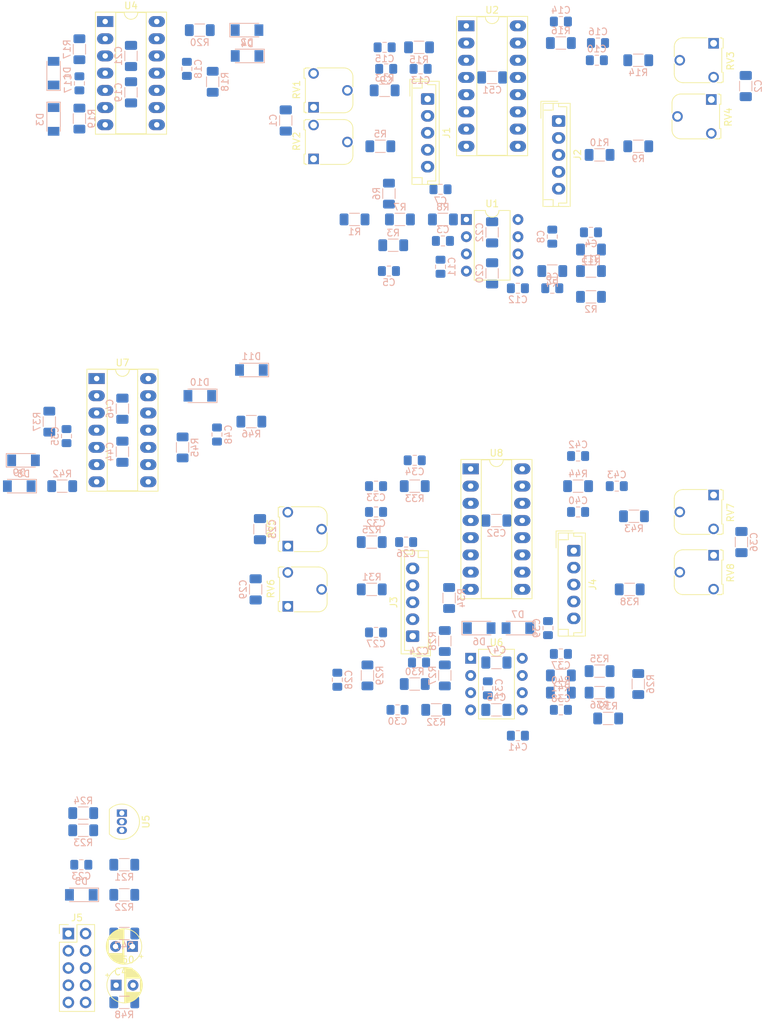
<source format=kicad_pcb>
(kicad_pcb (version 20211014) (generator pcbnew)
  (layers (0 "F.Cu" signal) (31 "B.Cu" signal) (34 "B.Paste" user) (35 "F.Paste" user) (36 "B.SilkS" user "B.Silkscreen") (37 "F.SilkS" user "F.Silkscreen") (38 "B.Mask" user) (39 "F.Mask" user) (44 "Edge.Cuts" user))
  (net 0 "")
  (net 1 "GND")
  (net 2 "Net-(C3-Pad1)")
  (net 3 "Net-(C3-Pad2)")
  (net 4 "Net-(C4-Pad1)")
  (net 5 "Net-(C4-Pad2)")
  (net 6 "Net-(C5-Pad1)")
  (net 7 "Net-(C11-Pad2)")
  (net 8 "Net-(C6-Pad1)")
  (net 9 "Net-(C12-Pad2)")
  (net 10 "Net-(C7-Pad1)")
  (net 11 "Net-(C8-Pad1)")
  (net 12 "Net-(C15-Pad1)")
  (net 13 "Net-(C9-Pad2)")
  (net 14 "Net-(C10-Pad1)")
  (net 15 "Net-(C10-Pad2)")
  (net 16 "Net-(C13-Pad1)")
  (net 17 "Net-(C13-Pad2)")
  (net 18 "Net-(C14-Pad1)")
  (net 19 "Net-(C14-Pad2)")
  (net 20 "Net-(C17-Pad1)")
  (net 21 "Net-(C17-Pad2)")
  (net 22 "Net-(C18-Pad1)")
  (net 23 "Net-(C18-Pad2)")
  (net 24 "+15V")
  (net 25 "-15V")
  (net 26 "Net-(C24-Pad1)")
  (net 27 "Net-(C26-Pad1)")
  (net 28 "/Compressor/CompOut")
  (net 29 "Net-(C27-Pad1)")
  (net 30 "Net-(C27-Pad2)")
  (net 31 "Net-(C28-Pad1)")
  (net 32 "Net-(C30-Pad2)")
  (net 33 "Net-(C31-Pad1)")
  (net 34 "Net-(C32-Pad1)")
  (net 35 "Net-(C33-Pad2)")
  (net 36 "Net-(C34-Pad2)")
  (net 37 "Net-(C35-Pad1)")
  (net 38 "Net-(C35-Pad2)")
  (net 39 "Net-(C37-Pad1)")
  (net 40 "Net-(C37-Pad2)")
  (net 41 "Net-(C38-Pad1)")
  (net 42 "Net-(C38-Pad2)")
  (net 43 "Net-(C39-Pad1)")
  (net 44 "Net-(C40-Pad1)")
  (net 45 "Net-(C40-Pad2)")
  (net 46 "Net-(C42-Pad1)")
  (net 47 "Net-(C42-Pad2)")
  (net 48 "Net-(C48-Pad1)")
  (net 49 "Net-(C48-Pad2)")
  (net 50 "Net-(D1-Pad1)")
  (net 51 "Net-(D1-Pad2)")
  (net 52 "Net-(D2-Pad1)")
  (net 53 "Net-(D2-Pad2)")
  (net 54 "Net-(D6-Pad2)")
  (net 55 "Net-(D8-Pad1)")
  (net 56 "Net-(D8-Pad2)")
  (net 57 "Net-(D10-Pad1)")
  (net 58 "Net-(D10-Pad2)")
  (net 59 "Net-(J5-Pad1)")
  (net 60 "Net-(J5-Pad10)")
  (net 61 "Net-(R1-Pad2)")
  (net 62 "Net-(R11-Pad2)")
  (net 63 "Net-(R5-Pad1)")
  (net 64 "Net-(R5-Pad2)")
  (net 65 "Net-(R10-Pad1)")
  (net 66 "Net-(R9-Pad2)")
  (net 67 "Net-(R13-Pad2)")
  (net 68 "Net-(R14-Pad2)")
  (net 69 "Net-(R17-Pad1)")
  (net 70 "Net-(R18-Pad1)")
  (net 71 "Net-(R23-Pad1)")
  (net 72 "Net-(R25-Pad2)")
  (net 73 "Net-(R26-Pad1)")
  (net 74 "Net-(R31-Pad1)")
  (net 75 "Net-(R31-Pad2)")
  (net 76 "Net-(R35-Pad2)")
  (net 77 "Net-(R37-Pad1)")
  (net 78 "Net-(R38-Pad1)")
  (net 79 "Net-(R38-Pad2)")
  (net 80 "Net-(R43-Pad2)")
  (net 81 "Net-(R45-Pad1)")
  (net 90 "3,6v")
  (net 91 "7,5v")
  (footprint "Connector_JST:JST_EH_B5B-EH-A_1x05_P2.50mm_Vertical" (layer "F.Cu") (at 99.695 108.585 -90)
    (fp_text reference "J4" (at 5 -2.8 90) (layer "F.SilkS"))
    (fp_text value "Exp IO")
    (pad "1" thru_hole roundrect (at 0 0 270) (size 1.7 1.95) (drill 0.95) (layers *.Cu *.Mask) (roundrect_rratio 0.147059) (net 1 "GND"))
    (pad "2" thru_hole oval (at 2.5 0 270) (size 1.7 1.95) (drill 0.95) (layers *.Cu *.Mask) (net 44 "Net-(C40-Pad1)"))
    (pad "3" thru_hole oval (at 5 0 270) (size 1.7 1.95) (drill 0.95) (layers *.Cu *.Mask) (net 1 "GND"))
    (pad "4" thru_hole oval (at 7.5 0 270) (size 1.7 1.95) (drill 0.95) (layers *.Cu *.Mask) (net 43 "Net-(C39-Pad1)"))
    (pad "5" thru_hole oval (at 10 0 270) (size 1.7 1.95) (drill 0.95) (layers *.Cu *.Mask) (net 1 "GND"))
  )
  (footprint "Connector_PinHeader_2.54mm:PinHeader_2x05_P2.54mm_Vertical" (layer "F.Cu") (at 25.04 165.105)
    (fp_text reference "J5" (at 1.27 -2.33) (layer "F.SilkS"))
    (fp_text value "ModPower")
    (pad "1" thru_hole rect (at 0 0) (size 1.7 1.7) (drill 1) (layers *.Cu *.Mask) (net 59 "Net-(J5-Pad1)"))
    (pad "2" thru_hole oval (at 2.54 0) (size 1.7 1.7) (drill 1) (layers *.Cu *.Mask) (net 59 "Net-(J5-Pad1)"))
    (pad "3" thru_hole oval (at 0 2.54) (size 1.7 1.7) (drill 1) (layers *.Cu *.Mask) (net 1 "GND"))
    (pad "4" thru_hole oval (at 2.54 2.54) (size 1.7 1.7) (drill 1) (layers *.Cu *.Mask) (net 1 "GND"))
    (pad "5" thru_hole oval (at 0 5.08) (size 1.7 1.7) (drill 1) (layers *.Cu *.Mask) (net 1 "GND"))
    (pad "6" thru_hole oval (at 2.54 5.08) (size 1.7 1.7) (drill 1) (layers *.Cu *.Mask) (net 1 "GND"))
    (pad "7" thru_hole oval (at 0 7.62) (size 1.7 1.7) (drill 1) (layers *.Cu *.Mask) (net 1 "GND"))
    (pad "8" thru_hole oval (at 2.54 7.62) (size 1.7 1.7) (drill 1) (layers *.Cu *.Mask) (net 1 "GND"))
    (pad "9" thru_hole oval (at 0 10.16) (size 1.7 1.7) (drill 1) (layers *.Cu *.Mask) (net 60 "Net-(J5-Pad10)"))
    (pad "10" thru_hole oval (at 2.54 10.16) (size 1.7 1.7) (drill 1) (layers *.Cu *.Mask) (net 60 "Net-(J5-Pad10)"))
  )
  (footprint "Package_DIP:DIP-8_W7.62mm" (layer "F.Cu") (at 84.465 124.47)
    (fp_text reference "U6" (at 3.81 -2.33) (layer "F.SilkS"))
    (fp_text value "TL072")
    (pad "1" thru_hole rect (at 0 0) (size 1.6 1.6) (drill 0.8) (layers *.Cu *.Mask) (net 34 "Net-(C32-Pad1)"))
    (pad "2" thru_hole oval (at 0 2.54) (size 1.6 1.6) (drill 0.8) (layers *.Cu *.Mask) (net 73 "Net-(R26-Pad1)"))
    (pad "3" thru_hole oval (at 0 5.08) (size 1.6 1.6) (drill 0.8) (layers *.Cu *.Mask) (net 33 "Net-(C31-Pad1)"))
    (pad "4" thru_hole oval (at 0 7.62) (size 1.6 1.6) (drill 0.8) (layers *.Cu *.Mask) (net 24 "+15V"))
    (pad "5" thru_hole oval (at 7.62 7.62) (size 1.6 1.6) (drill 0.8) (layers *.Cu *.Mask) (net 42 "Net-(C38-Pad2)"))
    (pad "6" thru_hole oval (at 7.62 5.08) (size 1.6 1.6) (drill 0.8) (layers *.Cu *.Mask) (net 76 "Net-(R35-Pad2)"))
    (pad "7" thru_hole oval (at 7.62 2.54) (size 1.6 1.6) (drill 0.8) (layers *.Cu *.Mask) (net 39 "Net-(C37-Pad1)"))
    (pad "8" thru_hole oval (at 7.62 0) (size 1.6 1.6) (drill 0.8) (layers *.Cu *.Mask) (net 25 "-15V"))
  )
  (footprint "Potentiometer_THT:Potentiometer_Runtron_RM-065_Vertical" (layer "F.Cu") (at 120.35 33.695 -90)
    (fp_text reference "RV3" (at 2.6 -2.5 90) (layer "F.SilkS"))
    (fp_text value "100k")
    (pad "1" thru_hole rect (at 0 0 270) (size 1.56 1.56) (drill 1) (layers *.Cu *.Mask) (net 1 "GND"))
    (pad "2" thru_hole circle (at 2.5 5 270) (size 1.56 1.56) (drill 1) (layers *.Cu *.Mask) (net 68 "Net-(R14-Pad2)"))
    (pad "3" thru_hole circle (at 5 0 270) (size 1.56 1.56) (drill 1) (layers *.Cu *.Mask) (net 90 "3,6v"))
  )
  (footprint "Package_DIP:DIP-14_W7.62mm_Socket_LongPads" (layer "F.Cu") (at 30.48 30.48)
    (fp_text reference "U4" (at 3.81 -2.33) (layer "F.SilkS"))
    (fp_text value "LM2902")
    (pad "1" thru_hole rect (at 0 0) (size 2.4 1.6) (drill 0.8) (layers *.Cu *.Mask) (net 69 "Net-(R17-Pad1)"))
    (pad "2" thru_hole oval (at 0 2.54) (size 2.4 1.6) (drill 0.8) (layers *.Cu *.Mask) (net 69 "Net-(R17-Pad1)"))
    (pad "3" thru_hole oval (at 0 5.08) (size 2.4 1.6) (drill 0.8) (layers *.Cu *.Mask) (net 20 "Net-(C17-Pad1)"))
    (pad "4" thru_hole oval (at 0 7.62) (size 2.4 1.6) (drill 0.8) (layers *.Cu *.Mask) (net 24 "+15V"))
    (pad "5" thru_hole oval (at 0 10.16) (size 2.4 1.6) (drill 0.8) (layers *.Cu *.Mask) (net 51 "Net-(D1-Pad2)"))
    (pad "6" thru_hole oval (at 0 12.7) (size 2.4 1.6) (drill 0.8) (layers *.Cu *.Mask) (net 21 "Net-(C17-Pad2)"))
    (pad "7" thru_hole oval (at 0 15.24) (size 2.4 1.6) (drill 0.8) (layers *.Cu *.Mask) (net 21 "Net-(C17-Pad2)"))
    (pad "8" thru_hole oval (at 7.62 15.24) (size 2.4 1.6) (drill 0.8) (layers *.Cu *.Mask) (net 70 "Net-(R18-Pad1)"))
    (pad "9" thru_hole oval (at 7.62 12.7) (size 2.4 1.6) (drill 0.8) (layers *.Cu *.Mask) (net 70 "Net-(R18-Pad1)"))
    (pad "10" thru_hole oval (at 7.62 10.16) (size 2.4 1.6) (drill 0.8) (layers *.Cu *.Mask) (net 22 "Net-(C18-Pad1)"))
    (pad "11" thru_hole oval (at 7.62 7.62) (size 2.4 1.6) (drill 0.8) (layers *.Cu *.Mask) (net 25 "-15V"))
    (pad "12" thru_hole oval (at 7.62 5.08) (size 2.4 1.6) (drill 0.8) (layers *.Cu *.Mask) (net 53 "Net-(D2-Pad2)"))
    (pad "13" thru_hole oval (at 7.62 2.54) (size 2.4 1.6) (drill 0.8) (layers *.Cu *.Mask) (net 23 "Net-(C18-Pad2)"))
    (pad "14" thru_hole oval (at 7.62 0) (size 2.4 1.6) (drill 0.8) (layers *.Cu *.Mask) (net 23 "Net-(C18-Pad2)"))
  )
  (footprint "Capacitor_THT:CP_Radial_D5.0mm_P2.50mm" (layer "F.Cu") (at 34.505112 167.005 180)
    (fp_text reference "C49" (at 1.25 -3.75) (layer "F.SilkS"))
    (fp_text value "47,0 25v")
    (pad "1" thru_hole rect (at 0 0 180) (size 1.6 1.6) (drill 0.8) (layers *.Cu *.Mask) (net 24 "+15V"))
    (pad "2" thru_hole circle (at 2.5 0 180) (size 1.6 1.6) (drill 0.8) (layers *.Cu *.Mask) (net 1 "GND"))
  )
  (footprint "Connector_JST:JST_EH_B5B-EH-A_1x05_P2.50mm_Vertical" (layer "F.Cu") (at 75.9 121.205 90)
    (fp_text reference "J3" (at 5 -2.8 90) (layer "F.SilkS"))
    (fp_text value "Comp IO")
    (pad "1" thru_hole roundrect (at 0 0 90) (size 1.7 1.95) (drill 0.95) (layers *.Cu *.Mask) (roundrect_rratio 0.147059) (net 1 "GND"))
    (pad "2" thru_hole oval (at 2.5 0 90) (size 1.7 1.95) (drill 0.95) (layers *.Cu *.Mask) (net 30 "Net-(C27-Pad2)"))
    (pad "3" thru_hole oval (at 5 0 90) (size 1.7 1.95) (drill 0.95) (layers *.Cu *.Mask) (net 1 "GND"))
    (pad "4" thru_hole oval (at 7.5 0 90) (size 1.7 1.95) (drill 0.95) (layers *.Cu *.Mask) (net 28 "/Compressor/CompOut"))
    (pad "5" thru_hole oval (at 10 0 90) (size 1.7 1.95) (drill 0.95) (layers *.Cu *.Mask) (net 1 "GND"))
  )
  (footprint "Connector_JST:JST_EH_B5B-EH-A_1x05_P2.50mm_Vertical" (layer "F.Cu") (at 97.455 45.165 -90)
    (fp_text reference "J2" (at 5 -2.8 90) (layer "F.SilkS"))
    (fp_text value "Exp IO")
    (pad "1" thru_hole roundrect (at 0 0 270) (size 1.7 1.95) (drill 0.95) (layers *.Cu *.Mask) (roundrect_rratio 0.147059) (net 1 "GND"))
    (pad "2" thru_hole oval (at 2.5 0 270) (size 1.7 1.95) (drill 0.95) (layers *.Cu *.Mask) (net 14 "Net-(C10-Pad1)"))
    (pad "3" thru_hole oval (at 5 0 270) (size 1.7 1.95) (drill 0.95) (layers *.Cu *.Mask) (net 1 "GND"))
    (pad "4" thru_hole oval (at 7.5 0 270) (size 1.7 1.95) (drill 0.95) (layers *.Cu *.Mask) (net 11 "Net-(C8-Pad1)"))
    (pad "5" thru_hole oval (at 10 0 270) (size 1.7 1.95) (drill 0.95) (layers *.Cu *.Mask) (net 1 "GND"))
  )
  (footprint "Package_DIP:DIP-16_W7.62mm_Socket_LongPads" (layer "F.Cu") (at 83.82 31.115)
    (fp_text reference "U2" (at 3.81 -2.33) (layer "F.SilkS"))
    (fp_text value "NE570")
    (pad "1" thru_hole rect (at 0 0) (size 2.4 1.6) (drill 0.8) (layers *.Cu *.Mask) (net 20 "Net-(C17-Pad1)"))
    (pad "2" thru_hole oval (at 0 2.54) (size 2.4 1.6) (drill 0.8) (layers *.Cu *.Mask) (net 17 "Net-(C13-Pad2)"))
    (pad "3" thru_hole oval (at 0 5.08) (size 2.4 1.6) (drill 0.8) (layers *.Cu *.Mask) (net 13 "Net-(C9-Pad2)"))
    (pad "4" thru_hole oval (at 0 7.62) (size 2.4 1.6) (drill 0.8) (layers *.Cu *.Mask) (net 1 "GND"))
    (pad "5" thru_hole oval (at 0 10.16) (size 2.4 1.6) (drill 0.8) (layers *.Cu *.Mask) (net 61 "Net-(R1-Pad2)"))
    (pad "6" thru_hole oval (at 0 12.7) (size 2.4 1.6) (drill 0.8) (layers *.Cu *.Mask))
    (pad "7" thru_hole oval (at 0 15.24) (size 2.4 1.6) (drill 0.8) (layers *.Cu *.Mask))
    (pad "8" thru_hole oval (at 0 17.78) (size 2.4 1.6) (drill 0.8) (layers *.Cu *.Mask) (net 63 "Net-(R5-Pad1)"))
    (pad "9" thru_hole oval (at 7.62 17.78) (size 2.4 1.6) (drill 0.8) (layers *.Cu *.Mask) (net 65 "Net-(R10-Pad1)"))
    (pad "10" thru_hole oval (at 7.62 15.24) (size 2.4 1.6) (drill 0.8) (layers *.Cu *.Mask))
    (pad "11" thru_hole oval (at 7.62 12.7) (size 2.4 1.6) (drill 0.8) (layers *.Cu *.Mask))
    (pad "12" thru_hole oval (at 7.62 10.16) (size 2.4 1.6) (drill 0.8) (layers *.Cu *.Mask) (net 62 "Net-(R11-Pad2)"))
    (pad "13" thru_hole oval (at 7.62 7.62) (size 2.4 1.6) (drill 0.8) (layers *.Cu *.Mask) (net 24 "+15V"))
    (pad "14" thru_hole oval (at 7.62 5.08) (size 2.4 1.6) (drill 0.8) (layers *.Cu *.Mask) (net 15 "Net-(C10-Pad2)"))
    (pad "15" thru_hole oval (at 7.62 2.54) (size 2.4 1.6) (drill 0.8) (layers *.Cu *.Mask) (net 19 "Net-(C14-Pad2)"))
    (pad "16" thru_hole oval (at 7.62 0) (size 2.4 1.6) (drill 0.8) (layers *.Cu *.Mask) (net 22 "Net-(C18-Pad1)"))
  )
  (footprint "Package_DIP:DIP-8_W7.62mm" (layer "F.Cu") (at 83.83 59.7)
    (fp_text reference "U1" (at 3.81 -2.33) (layer "F.SilkS"))
    (fp_text value "TL072")
    (pad "1" thru_hole rect (at 0 0) (size 1.6 1.6) (drill 0.8) (layers *.Cu *.Mask) (net 2 "Net-(C3-Pad1)"))
    (pad "2" thru_hole oval (at 0 2.54) (size 1.6 1.6) (drill 0.8) (layers *.Cu *.Mask) (net 61 "Net-(R1-Pad2)"))
    (pad "3" thru_hole oval (at 0 5.08) (size 1.6 1.6) (drill 0.8) (layers *.Cu *.Mask) (net 7 "Net-(C11-Pad2)"))
    (pad "4" thru_hole oval (at 0 7.62) (size 1.6 1.6) (drill 0.8) (layers *.Cu *.Mask) (net 24 "+15V"))
    (pad "5" thru_hole oval (at 7.62 7.62) (size 1.6 1.6) (drill 0.8) (layers *.Cu *.Mask) (net 9 "Net-(C12-Pad2)"))
    (pad "6" thru_hole oval (at 7.62 5.08) (size 1.6 1.6) (drill 0.8) (layers *.Cu *.Mask) (net 62 "Net-(R11-Pad2)"))
    (pad "7" thru_hole oval (at 7.62 2.54) (size 1.6 1.6) (drill 0.8) (layers *.Cu *.Mask) (net 4 "Net-(C4-Pad1)"))
    (pad "8" thru_hole oval (at 7.62 0) (size 1.6 1.6) (drill 0.8) (layers *.Cu *.Mask) (net 25 "-15V"))
  )
  (footprint "Package_DIP:DIP-16_W7.62mm_Socket_LongPads" (layer "F.Cu") (at 84.465 96.51)
    (fp_text reference "U8" (at 3.81 -2.33) (layer "F.SilkS"))
    (fp_text value "NE570")
    (pad "1" thru_hole rect (at 0 0) (size 2.4 1.6) (drill 0.8) (layers *.Cu *.Mask) (net 37 "Net-(C35-Pad1)"))
    (pad "2" thru_hole oval (at 0 2.54) (size 2.4 1.6) (drill 0.8) (layers *.Cu *.Mask) (net 36 "Net-(C34-Pad2)"))
    (pad "3" thru_hole oval (at 0 5.08) (size 2.4 1.6) (drill 0.8) (layers *.Cu *.Mask) (net 27 "Net-(C26-Pad1)"))
    (pad "4" thru_hole oval (at 0 7.62) (size 2.4 1.6) (drill 0.8) (layers *.Cu *.Mask) (net 1 "GND"))
    (pad "5" thru_hole oval (at 0 10.16) (size 2.4 1.6) (drill 0.8) (layers *.Cu *.Mask) (net 73 "Net-(R26-Pad1)"))
    (pad "6" thru_hole oval (at 0 12.7) (size 2.4 1.6) (drill 0.8) (layers *.Cu *.Mask))
    (pad "7" thru_hole oval (at 0 15.24) (size 2.4 1.6) (drill 0.8) (layers *.Cu *.Mask))
    (pad "8" thru_hole oval (at 0 17.78) (size 2.4 1.6) (drill 0.8) (layers *.Cu *.Mask) (net 74 "Net-(R31-Pad1)"))
    (pad "9" thru_hole oval (at 7.62 17.78) (size 2.4 1.6) (drill 0.8) (layers *.Cu *.Mask) (net 78 "Net-(R38-Pad1)"))
    (pad "10" thru_hole oval (at 7.62 15.24) (size 2.4 1.6) (drill 0.8) (layers *.Cu *.Mask))
    (pad "11" thru_hole oval (at 7.62 12.7) (size 2.4 1.6) (drill 0.8) (layers *.Cu *.Mask))
    (pad "12" thru_hole oval (at 7.62 10.16) (size 2.4 1.6) (drill 0.8) (layers *.Cu *.Mask) (net 76 "Net-(R35-Pad2)"))
    (pad "13" thru_hole oval (at 7.62 7.62) (size 2.4 1.6) (drill 0.8) (layers *.Cu *.Mask) (net 24 "+15V"))
    (pad "14" thru_hole oval (at 7.62 5.08) (size 2.4 1.6) (drill 0.8) (layers *.Cu *.Mask) (net 45 "Net-(C40-Pad2)"))
    (pad "15" thru_hole oval (at 7.62 2.54) (size 2.4 1.6) (drill 0.8) (layers *.Cu *.Mask) (net 47 "Net-(C42-Pad2)"))
    (pad "16" thru_hole oval (at 7.62 0) (size 2.4 1.6) (drill 0.8) (layers *.Cu *.Mask) (net 48 "Net-(C48-Pad1)"))
  )
  (footprint "Potentiometer_THT:Potentiometer_Runtron_RM-065_Vertical" (layer "F.Cu") (at 120.015 41.99 -90)
    (fp_text reference "RV4" (at 2.6 -2.5 90) (layer "F.SilkS"))
    (fp_text value "100k")
    (pad "1" thru_hole rect (at 0 0 270) (size 1.56 1.56) (drill 1) (layers *.Cu *.Mask) (net 1 "GND"))
    (pad "2" thru_hole circle (at 2.5 5 270) (size 1.56 1.56) (drill 1) (layers *.Cu *.Mask) (net 66 "Net-(R9-Pad2)"))
    (pad "3" thru_hole circle (at 5 0 270) (size 1.56 1.56) (drill 1) (layers *.Cu *.Mask) (net 90 "3,6v"))
  )
  (footprint "Potentiometer_THT:Potentiometer_Runtron_RM-065_Vertical" (layer "F.Cu") (at 61.26 43.14 90)
    (fp_text reference "RV1" (at 2.6 -2.5 90) (layer "F.SilkS"))
    (fp_text value "100k")
    (pad "1" thru_hole rect (at 0 0 90) (size 1.56 1.56) (drill 1) (layers *.Cu *.Mask) (net 1 "GND"))
    (pad "2" thru_hole circle (at 2.5 5 90) (size 1.56 1.56) (drill 1) (layers *.Cu *.Mask) (net 67 "Net-(R13-Pad2)"))
    (pad "3" thru_hole circle (at 5 0 90) (size 1.56 1.56) (drill 1) (layers *.Cu *.Mask) (net 90 "3,6v"))
  )
  (footprint "Package_TO_SOT_THT:TO-92_Inline" (layer "F.Cu") (at 32.94 147.32 -90)
    (fp_text reference "U5" (at 1.27 -3.56 90) (layer "F.SilkS"))
    (fp_text value "TL431LP")
    (pad "1" thru_hole rect (at 0 0 270) (size 1.05 1.5) (drill 0.75) (layers *.Cu *.Mask) (net 71 "Net-(R23-Pad1)"))
    (pad "2" thru_hole oval (at 1.27 0 270) (size 1.05 1.5) (drill 0.75) (layers *.Cu *.Mask) (net 1 "GND"))
    (pad "3" thru_hole oval (at 2.54 0 270) (size 1.05 1.5) (drill 0.75) (layers *.Cu *.Mask) (net 90 "3,6v"))
  )
  (footprint "Connector_JST:JST_EH_B5B-EH-A_1x05_P2.50mm_Vertical" (layer "F.Cu") (at 78.105 41.91 -90)
    (fp_text reference "J1" (at 5 -2.8 90) (layer "F.SilkS"))
    (fp_text value "Exp IO")
    (pad "1" thru_hole roundrect (at 0 0 270) (size 1.7 1.95) (drill 0.95) (layers *.Cu *.Mask) (roundrect_rratio 0.147059) (net 1 "GND"))
    (pad "2" thru_hole oval (at 2.5 0 270) (size 1.7 1.95) (drill 0.95) (layers *.Cu *.Mask) (net 12 "Net-(C15-Pad1)"))
    (pad "3" thru_hole oval (at 5 0 270) (size 1.7 1.95) (drill 0.95) (layers *.Cu *.Mask) (net 1 "GND"))
    (pad "4" thru_hole oval (at 7.5 0 270) (size 1.7 1.95) (drill 0.95) (layers *.Cu *.Mask) (net 10 "Net-(C7-Pad1)"))
    (pad "5" thru_hole oval (at 10 0 270) (size 1.7 1.95) (drill 0.95) (layers *.Cu *.Mask) (net 1 "GND"))
  )
  (footprint "Potentiometer_THT:Potentiometer_Runtron_RM-065_Vertical" (layer "F.Cu") (at 57.45 107.91 90)
    (fp_text reference "RV5" (at 2.6 -2.5 90) (layer "F.SilkS"))
    (fp_text value "100k")
    (pad "1" thru_hole rect (at 0 0 90) (size 1.56 1.56) (drill 1) (layers *.Cu *.Mask) (net 1 "GND"))
    (pad "2" thru_hole circle (at 2.5 5 90) (size 1.56 1.56) (drill 1) (layers *.Cu *.Mask) (net 72 "Net-(R25-Pad2)"))
    (pad "3" thru_hole circle (at 5 0 90) (size 1.56 1.56) (drill 1) (layers *.Cu *.Mask) (net 90 "3,6v"))
  )
  (footprint "Potentiometer_THT:Potentiometer_Runtron_RM-065_Vertical" (layer "F.Cu") (at 120.35 109.26 -90)
    (fp_text reference "RV8" (at 2.6 -2.5 90) (layer "F.SilkS"))
    (fp_text value "100k")
    (pad "1" thru_hole rect (at 0 0 270) (size 1.56 1.56) (drill 1) (layers *.Cu *.Mask) (net 1 "GND"))
    (pad "2" thru_hole circle (at 2.5 5 270) (size 1.56 1.56) (drill 1) (layers *.Cu *.Mask) (net 79 "Net-(R38-Pad2)"))
    (pad "3" thru_hole circle (at 5 0 270) (size 1.56 1.56) (drill 1) (layers *.Cu *.Mask) (net 90 "3,6v"))
  )
  (footprint "Potentiometer_THT:Potentiometer_Runtron_RM-065_Vertical" (layer "F.Cu") (at 120.35 100.37 -90)
    (fp_text reference "RV7" (at 2.6 -2.5 90) (layer "F.SilkS"))
    (fp_text value "100k")
    (pad "1" thru_hole rect (at 0 0 270) (size 1.56 1.56) (drill 1) (layers *.Cu *.Mask) (net 1 "GND"))
    (pad "2" thru_hole circle (at 2.5 5 270) (size 1.56 1.56) (drill 1) (layers *.Cu *.Mask) (net 80 "Net-(R43-Pad2)"))
    (pad "3" thru_hole circle (at 5 0 270) (size 1.56 1.56) (drill 1) (layers *.Cu *.Mask) (net 90 "3,6v"))
  )
  (footprint "Potentiometer_THT:Potentiometer_Runtron_RM-065_Vertical" (layer "F.Cu") (at 61.26 50.76 90)
    (fp_text reference "RV2" (at 2.6 -2.5 90) (layer "F.SilkS"))
    (fp_text value "100k")
    (pad "1" thru_hole rect (at 0 0 90) (size 1.56 1.56) (drill 1) (layers *.Cu *.Mask) (net 1 "GND"))
    (pad "2" thru_hole circle (at 2.5 5 90) (size 1.56 1.56) (drill 1) (layers *.Cu *.Mask) (net 64 "Net-(R5-Pad2)"))
    (pad "3" thru_hole circle (at 5 0 90) (size 1.56 1.56) (drill 1) (layers *.Cu *.Mask) (net 90 "3,6v"))
  )
  (footprint "Package_DIP:DIP-14_W7.62mm_Socket_LongPads" (layer "F.Cu") (at 29.22 83.18)
    (fp_text reference "U7" (at 3.81 -2.33) (layer "F.SilkS"))
    (fp_text value "LM2902")
    (pad "1" thru_hole rect (at 0 0) (size 2.4 1.6) (drill 0.8) (layers *.Cu *.Mask) (net 77 "Net-(R37-Pad1)"))
    (pad "2" thru_hole oval (at 0 2.54) (size 2.4 1.6) (drill 0.8) (layers *.Cu *.Mask) (net 77 "Net-(R37-Pad1)"))
    (pad "3" thru_hole oval (at 0 5.08) (size 2.4 1.6) (drill 0.8) (layers *.Cu *.Mask) (net 37 "Net-(C35-Pad1)"))
    (pad "4" thru_hole oval (at 0 7.62) (size 2.4 1.6) (drill 0.8) (layers *.Cu *.Mask) (net 24 "+15V"))
    (pad "5" thru_hole oval (at 0 10.16) (size 2.4 1.6) (drill 0.8) (layers *.Cu *.Mask) (net 56 "Net-(D8-Pad2)"))
    (pad "6" thru_hole oval (at 0 12.7) (size 2.4 1.6) (drill 0.8) (layers *.Cu *.Mask) (net 38 "Net-(C35-Pad2)"))
    (pad "7" thru_hole oval (at 0 15.24) (size 2.4 1.6) (drill 0.8) (layers *.Cu *.Mask) (net 38 "Net-(C35-Pad2)"))
    (pad "8" thru_hole oval (at 7.62 15.24) (size 2.4 1.6) (drill 0.8) (layers *.Cu *.Mask) (net 81 "Net-(R45-Pad1)"))
    (pad "9" thru_hole oval (at 7.62 12.7) (size 2.4 1.6) (drill 0.8) (layers *.Cu *.Mask) (net 81 "Net-(R45-Pad1)"))
    (pad "10" thru_hole oval (at 7.62 10.16) (size 2.4 1.6) (drill 0.8) (layers *.Cu *.Mask) (net 48 "Net-(C48-Pad1)"))
    (pad "11" thru_hole oval (at 7.62 7.62) (size 2.4 1.6) (drill 0.8) (layers *.Cu *.Mask) (net 25 "-15V"))
    (pad "12" thru_hole oval (at 7.62 5.08) (size 2.4 1.6) (drill 0.8) (layers *.Cu *.Mask) (net 58 "Net-(D10-Pad2)"))
    (pad "13" thru_hole oval (at 7.62 2.54) (size 2.4 1.6) (drill 0.8) (layers *.Cu *.Mask) (net 49 "Net-(C48-Pad2)"))
    (pad "14" thru_hole oval (at 7.62 0) (size 2.4 1.6) (drill 0.8) (layers *.Cu *.Mask) (net 49 "Net-(C48-Pad2)"))
  )
  (footprint "Potentiometer_THT:Potentiometer_Runtron_RM-065_Vertical" (layer "F.Cu") (at 57.45 116.8 90)
    (fp_text reference "RV6" (at 2.6 -2.5 90) (layer "F.SilkS"))
    (fp_text value "100k")
    (pad "1" thru_hole rect (at 0 0 90) (size 1.56 1.56) (drill 1) (layers *.Cu *.Mask) (net 1 "GND"))
    (pad "2" thru_hole circle (at 2.5 5 90) (size 1.56 1.56) (drill 1) (layers *.Cu *.Mask) (net 75 "Net-(R31-Pad2)"))
    (pad "3" thru_hole circle (at 5 0 90) (size 1.56 1.56) (drill 1) (layers *.Cu *.Mask) (net 90 "3,6v"))
  )
  (footprint "Capacitor_THT:CP_Radial_D5.0mm_P2.50mm" (layer "F.Cu") (at 32.094888 172.72)
    (fp_text reference "C50" (at 1.25 -3.75) (layer "F.SilkS"))
    (fp_text value "47,0 25v")
    (pad "1" thru_hole rect (at 0 0) (size 1.6 1.6) (drill 0.8) (layers *.Cu *.Mask) (net 1 "GND"))
    (pad "2" thru_hole circle (at 2.5 0) (size 1.6 1.6) (drill 0.8) (layers *.Cu *.Mask) (net 25 "-15V"))
  )
  (footprint "Capacitor_SMD:C_1206_3216Metric_Pad1.33x1.80mm_HandSolder" (layer "B.Cu") (at 87.63 61.595 -90)
    (fp_text reference "C22" (at 0 1.85 90) (layer "B.SilkS") (effects (justify mirror)))
    (fp_text value "0,1")
    (pad "1" smd roundrect (at -1.5625 0 270) (size 1.325 1.8) (layers "B.Cu" "B.Paste" "B.Mask") (roundrect_rratio 0.188679) (net 25 "-15V"))
    (pad "2" smd roundrect (at 1.5625 0 270) (size 1.325 1.8) (layers "B.Cu" "B.Paste" "B.Mask") (roundrect_rratio 0.188679) (net 1 "GND"))
  )
  (footprint "Resistor_SMD:R_1206_3216Metric_Pad1.30x1.75mm_HandSolder" (layer "B.Cu") (at 107.95 114.3)
    (fp_text reference "R38" (at 0 1.82) (layer "B.SilkS") (effects (justify mirror)))
    (fp_text value "220k")
    (pad "1" smd roundrect (at -1.55 0) (size 1.3 1.75) (layers "B.Cu" "B.Paste" "B.Mask") (roundrect_rratio 0.192308) (net 78 "Net-(R38-Pad1)"))
    (pad "2" smd roundrect (at 1.55 0) (size 1.3 1.75) (layers "B.Cu" "B.Paste" "B.Mask") (roundrect_rratio 0.192308) (net 79 "Net-(R38-Pad2)"))
  )
  (footprint "Resistor_SMD:R_1206_3216Metric_Pad1.30x1.75mm_HandSolder" (layer "B.Cu") (at 76.2 128.27 180)
    (fp_text reference "R30" (at 0 1.82) (layer "B.SilkS") (effects (justify mirror)))
    (fp_text value "20k")
    (pad "1" smd roundrect (at -1.55 0 180) (size 1.3 1.75) (layers "B.Cu" "B.Paste" "B.Mask") (roundrect_rratio 0.192308) (net 73 "Net-(R26-Pad1)"))
    (pad "2" smd roundrect (at 1.55 0 180) (size 1.3 1.75) (layers "B.Cu" "B.Paste" "B.Mask") (roundrect_rratio 0.192308) (net 31 "Net-(C28-Pad1)"))
  )
  (footprint "Capacitor_SMD:C_0805_2012Metric_Pad1.18x1.45mm_HandSolder" (layer "B.Cu") (at 91.44 135.89)
    (fp_text reference "C41" (at 0 1.68) (layer "B.SilkS") (effects (justify mirror)))
    (fp_text value "1,0")
    (pad "1" smd roundrect (at -1.0375 0) (size 1.175 1.45) (layers "B.Cu" "B.Paste" "B.Mask") (roundrect_rratio 0.212766) (net 1 "GND"))
    (pad "2" smd roundrect (at 1.0375 0) (size 1.175 1.45) (layers "B.Cu" "B.Paste" "B.Mask") (roundrect_rratio 0.212766) (net 42 "Net-(C38-Pad2)"))
  )
  (footprint "Diode_SMD:D_MiniMELF" (layer "B.Cu") (at 52.07 81.915 180)
    (fp_text reference "D11" (at 0 2) (layer "B.SilkS") (effects (justify mirror)))
    (fp_text value "LL4148")
    (pad "1" smd rect (at -1.75 0 180) (size 1.3 1.7) (layers "B.Cu" "B.Paste" "B.Mask") (net 1 "GND"))
    (pad "2" smd rect (at 1.75 0 180) (size 1.3 1.7) (layers "B.Cu" "B.Paste" "B.Mask") (net 57 "Net-(D10-Pad1)"))
  )
  (footprint "Resistor_SMD:R_1206_3216Metric_Pad1.30x1.75mm_HandSolder" (layer "B.Cu") (at 97.79 33.655 180)
    (fp_text reference "R16" (at 0 1.82) (layer "B.SilkS") (effects (justify mirror)))
    (fp_text value "30k")
    (pad "1" smd roundrect (at -1.55 0 180) (size 1.3 1.75) (layers "B.Cu" "B.Paste" "B.Mask") (roundrect_rratio 0.192308) (net 18 "Net-(C14-Pad1)"))
    (pad "2" smd roundrect (at 1.55 0 180) (size 1.3 1.75) (layers "B.Cu" "B.Paste" "B.Mask") (roundrect_rratio 0.192308) (net 19 "Net-(C14-Pad2)"))
  )
  (footprint "Capacitor_SMD:C_1206_3216Metric_Pad1.33x1.80mm_HandSolder" (layer "B.Cu") (at 125.095 40.005 90)
    (fp_text reference "C2" (at 0 1.85 90) (layer "B.SilkS") (effects (justify mirror)))
    (fp_text value "0,1")
    (pad "1" smd roundrect (at -1.5625 0 90) (size 1.325 1.8) (layers "B.Cu" "B.Paste" "B.Mask") (roundrect_rratio 0.188679) (net 1 "GND"))
    (pad "2" smd roundrect (at 1.5625 0 90) (size 1.325 1.8) (layers "B.Cu" "B.Paste" "B.Mask") (roundrect_rratio 0.188679) (net 90 "3,6v"))
  )
  (footprint "Resistor_SMD:R_1206_3216Metric_Pad1.30x1.75mm_HandSolder" (layer "B.Cu") (at 22.225 89.535 -90)
    (fp_text reference "R37" (at 0 1.82 90) (layer "B.SilkS") (effects (justify mirror)))
    (fp_text value "1k")
    (pad "1" smd roundrect (at -1.55 0 270) (size 1.3 1.75) (layers "B.Cu" "B.Paste" "B.Mask") (roundrect_rratio 0.192308) (net 77 "Net-(R37-Pad1)"))
    (pad "2" smd roundrect (at 1.55 0 270) (size 1.3 1.75) (layers "B.Cu" "B.Paste" "B.Mask") (roundrect_rratio 0.192308) (net 56 "Net-(D8-Pad2)"))
  )
  (footprint "Resistor_SMD:R_1206_3216Metric_Pad1.30x1.75mm_HandSolder" (layer "B.Cu") (at 67.31 59.69)
    (fp_text reference "R1" (at 0 1.82) (layer "B.SilkS") (effects (justify mirror)))
    (fp_text value "66k")
    (pad "1" smd roundrect (at -1.55 0) (size 1.3 1.75) (layers "B.Cu" "B.Paste" "B.Mask") (roundrect_rratio 0.192308) (net 91 "7,5v"))
    (pad "2" smd roundrect (at 1.55 0) (size 1.3 1.75) (layers "B.Cu" "B.Paste" "B.Mask") (roundrect_rratio 0.192308) (net 61 "Net-(R1-Pad2)"))
  )
  (footprint "Capacitor_SMD:C_0805_2012Metric_Pad1.18x1.45mm_HandSolder" (layer "B.Cu") (at 96.52 69.85 180)
    (fp_text reference "C6" (at 0 1.68) (layer "B.SilkS") (effects (justify mirror)))
    (fp_text value "270")
    (pad "1" smd roundrect (at -1.0375 0 180) (size 1.175 1.45) (layers "B.Cu" "B.Paste" "B.Mask") (roundrect_rratio 0.212766) (net 8 "Net-(C6-Pad1)"))
    (pad "2" smd roundrect (at 1.0375 0 180) (size 1.175 1.45) (layers "B.Cu" "B.Paste" "B.Mask") (roundrect_rratio 0.212766) (net 9 "Net-(C12-Pad2)"))
  )
  (footprint "Capacitor_SMD:C_0805_2012Metric_Pad1.18x1.45mm_HandSolder" (layer "B.Cu") (at 100.33 102.87 180)
    (fp_text reference "C40" (at 0 1.68) (layer "B.SilkS") (effects (justify mirror)))
    (fp_text value "4,7")
    (pad "1" smd roundrect (at -1.0375 0 180) (size 1.175 1.45) (layers "B.Cu" "B.Paste" "B.Mask") (roundrect_rratio 0.212766) (net 44 "Net-(C40-Pad1)"))
    (pad "2" smd roundrect (at 1.0375 0 180) (size 1.175 1.45) (layers "B.Cu" "B.Paste" "B.Mask") (roundrect_rratio 0.212766) (net 45 "Net-(C40-Pad2)"))
  )
  (footprint "Resistor_SMD:R_1206_3216Metric_Pad1.30x1.75mm_HandSolder" (layer "B.Cu") (at 69.215 127 90)
    (fp_text reference "R29" (at 0 1.82 90) (layer "B.SilkS") (effects (justify mirror)))
    (fp_text value "62k")
    (pad "1" smd roundrect (at -1.55 0 90) (size 1.3 1.75) (layers "B.Cu" "B.Paste" "B.Mask") (roundrect_rratio 0.192308) (net 31 "Net-(C28-Pad1)"))
    (pad "2" smd roundrect (at 1.55 0 90) (size 1.3 1.75) (layers "B.Cu" "B.Paste" "B.Mask") (roundrect_rratio 0.192308) (net 29 "Net-(C27-Pad1)"))
  )
  (footprint "Capacitor_SMD:C_0805_2012Metric_Pad1.18x1.45mm_HandSolder" (layer "B.Cu") (at 103.2725 33.655 180)
    (fp_text reference "C16" (at 0 1.68) (layer "B.SilkS") (effects (justify mirror)))
    (fp_text value "2,2")
    (pad "1" smd roundrect (at -1.0375 0 180) (size 1.175 1.45) (layers "B.Cu" "B.Paste" "B.Mask") (roundrect_rratio 0.212766) (net 14 "Net-(C10-Pad1)"))
    (pad "2" smd roundrect (at 1.0375 0 180) (size 1.175 1.45) (layers "B.Cu" "B.Paste" "B.Mask") (roundrect_rratio 0.212766) (net 18 "Net-(C14-Pad1)"))
  )
  (footprint "Resistor_SMD:R_1206_3216Metric_Pad1.30x1.75mm_HandSolder" (layer "B.Cu") (at 102.235 64.135)
    (fp_text reference "R12" (at 0 1.82) (layer "B.SilkS") (effects (justify mirror)))
    (fp_text value "62k")
    (pad "1" smd roundrect (at -1.55 0) (size 1.3 1.75) (layers "B.Cu" "B.Paste" "B.Mask") (roundrect_rratio 0.192308) (net 4 "Net-(C4-Pad1)"))
    (pad "2" smd roundrect (at 1.55 0) (size 1.3 1.75) (layers "B.Cu" "B.Paste" "B.Mask") (roundrect_rratio 0.192308) (net 5 "Net-(C4-Pad2)"))
  )
  (footprint "Resistor_SMD:R_1206_3216Metric_Pad1.30x1.75mm_HandSolder" (layer "B.Cu") (at 44.45 31.75)
    (fp_text reference "R20" (at 0 1.82) (layer "B.SilkS") (effects (justify mirror)))
    (fp_text value "1k")
    (pad "1" smd roundrect (at -1.55 0) (size 1.3 1.75) (layers "B.Cu" "B.Paste" "B.Mask") (roundrect_rratio 0.192308) (net 23 "Net-(C18-Pad2)"))
    (pad "2" smd roundrect (at 1.55 0) (size 1.3 1.75) (layers "B.Cu" "B.Paste" "B.Mask") (roundrect_rratio 0.192308) (net 1 "GND"))
  )
  (footprint "Capacitor_SMD:C_0805_2012Metric_Pad1.18x1.45mm_HandSolder" (layer "B.Cu") (at 95.885 120.015 -90)
    (fp_text reference "C39" (at 0 1.68 90) (layer "B.SilkS") (effects (justify mirror)))
    (fp_text value "2,2")
    (pad "1" smd roundrect (at -1.0375 0 270) (size 1.175 1.45) (layers "B.Cu" "B.Paste" "B.Mask") (roundrect_rratio 0.212766) (net 43 "Net-(C39-Pad1)"))
    (pad "2" smd roundrect (at 1.0375 0 270) (size 1.175 1.45) (layers "B.Cu" "B.Paste" "B.Mask") (roundrect_rratio 0.212766) (net 39 "Net-(C37-Pad1)"))
  )
  (footprint "Diode_SMD:D_MiniMELF" (layer "B.Cu") (at 44.45 85.725 180)
    (fp_text reference "D10" (at 0 2) (layer "B.SilkS") (effects (justify mirror)))
    (fp_text value "LL4148")
    (pad "1" smd rect (at -1.75 0 180) (size 1.3 1.7) (layers "B.Cu" "B.Paste" "B.Mask") (net 57 "Net-(D10-Pad1)"))
    (pad "2" smd rect (at 1.75 0 180) (size 1.3 1.7) (layers "B.Cu" "B.Paste" "B.Mask") (net 58 "Net-(D10-Pad2)"))
  )
  (footprint "Resistor_SMD:R_1206_3216Metric_Pad1.30x1.75mm_HandSolder" (layer "B.Cu") (at 81.28 115.57 90)
    (fp_text reference "R34" (at 0 1.82 90) (layer "B.SilkS") (effects (justify mirror)))
    (fp_text value "1k")
    (pad "1" smd roundrect (at -1.55 0 90) (size 1.3 1.75) (layers "B.Cu" "B.Paste" "B.Mask") (roundrect_rratio 0.192308) (net 33 "Net-(C31-Pad1)"))
    (pad "2" smd roundrect (at 1.55 0 90) (size 1.3 1.75) (layers "B.Cu" "B.Paste" "B.Mask") (roundrect_rratio 0.192308) (net 74 "Net-(R31-Pad1)"))
  )
  (footprint "Capacitor_SMD:C_0805_2012Metric_Pad1.18x1.45mm_HandSolder" (layer "B.Cu") (at 70.485 102.87)
    (fp_text reference "C32" (at 0 1.68) (layer "B.SilkS") (effects (justify mirror)))
    (fp_text value "4,7")
    (pad "1" smd roundrect (at -1.0375 0) (size 1.175 1.45) (layers "B.Cu" "B.Paste" "B.Mask") (roundrect_rratio 0.212766) (net 34 "Net-(C32-Pad1)"))
    (pad "2" smd roundrect (at 1.0375 0) (size 1.175 1.45) (layers "B.Cu" "B.Paste" "B.Mask") (roundrect_rratio 0.212766) (net 27 "Net-(C26-Pad1)"))
  )
  (footprint "Diode_SMD:D_MiniMELF" (layer "B.Cu") (at 51.435 31.75)
    (fp_text reference "D4" (at 0 2) (layer "B.SilkS") (effects (justify mirror)))
    (fp_text value "LL4148")
    (pad "1" smd rect (at -1.75 0) (size 1.3 1.7) (layers "B.Cu" "B.Paste" "B.Mask") (net 1 "GND"))
    (pad "2" smd rect (at 1.75 0) (size 1.3 1.7) (layers "B.Cu" "B.Paste" "B.Mask") (net 52 "Net-(D2-Pad1)"))
  )
  (footprint "Resistor_SMD:R_1206_3216Metric_Pad1.30x1.75mm_HandSolder" (layer "B.Cu") (at 71.755 40.64 180)
    (fp_text reference "R13" (at 0 1.82) (layer "B.SilkS") (effects (justify mirror)))
    (fp_text value "220k")
    (pad "1" smd roundrect (at -1.55 0 180) (size 1.3 1.75) (layers "B.Cu" "B.Paste" "B.Mask") (roundrect_rratio 0.192308) (net 13 "Net-(C9-Pad2)"))
    (pad "2" smd roundrect (at 1.55 0 180) (size 1.3 1.75) (layers "B.Cu" "B.Paste" "B.Mask") (roundrect_rratio 0.192308) (net 67 "Net-(R13-Pad2)"))
  )
  (footprint "Resistor_SMD:R_1206_3216Metric_Pad1.30x1.75mm_HandSolder" (layer "B.Cu") (at 26.67 34.57 -90)
    (fp_text reference "R17" (at 0 1.82 90) (layer "B.SilkS") (effects (justify mirror)))
    (fp_text value "1k")
    (pad "1" smd roundrect (at -1.55 0 270) (size 1.3 1.75) (layers "B.Cu" "B.Paste" "B.Mask") (roundrect_rratio 0.192308) (net 69 "Net-(R17-Pad1)"))
    (pad "2" smd roundrect (at 1.55 0 270) (size 1.3 1.75) (layers "B.Cu" "B.Paste" "B.Mask") (roundrect_rratio 0.192308) (net 51 "Net-(D1-Pad2)"))
  )
  (footprint "Capacitor_SMD:C_0805_2012Metric_Pad1.18x1.45mm_HandSolder" (layer "B.Cu") (at 106.045 99.06 180)
    (fp_text reference "C43" (at 0 1.68) (layer "B.SilkS") (effects (justify mirror)))
    (fp_text value "2,2")
    (pad "1" smd roundrect (at -1.0375 0 180) (size 1.175 1.45) (layers "B.Cu" "B.Paste" "B.Mask") (roundrect_rratio 0.212766) (net 44 "Net-(C40-Pad1)"))
    (pad "2" smd roundrect (at 1.0375 0 180) (size 1.175 1.45) (layers "B.Cu" "B.Paste" "B.Mask") (roundrect_rratio 0.212766) (net 46 "Net-(C42-Pad1)"))
  )
  (footprint "Capacitor_SMD:C_0805_2012Metric_Pad1.18x1.45mm_HandSolder" (layer "B.Cu") (at 91.44 69.85)
    (fp_text reference "C12" (at 0 1.68) (layer "B.SilkS") (effects (justify mirror)))
    (fp_text value "1,0")
    (pad "1" smd roundrect (at -1.0375 0) (size 1.175 1.45) (layers "B.Cu" "B.Paste" "B.Mask") (roundrect_rratio 0.212766) (net 1 "GND"))
    (pad "2" smd roundrect (at 1.0375 0) (size 1.175 1.45) (layers "B.Cu" "B.Paste" "B.Mask") (roundrect_rratio 0.212766) (net 9 "Net-(C12-Pad2)"))
  )
  (footprint "Capacitor_SMD:C_1206_3216Metric_Pad1.33x1.80mm_HandSolder" (layer "B.Cu") (at 33.02 87.63 -90)
    (fp_text reference "C46" (at 0 1.85 90) (layer "B.SilkS") (effects (justify mirror)))
    (fp_text value "0,1")
    (pad "1" smd roundrect (at -1.5625 0 270) (size 1.325 1.8) (layers "B.Cu" "B.Paste" "B.Mask") (roundrect_rratio 0.188679) (net 25 "-15V"))
    (pad "2" smd roundrect (at 1.5625 0 270) (size 1.325 1.8) (layers "B.Cu" "B.Paste" "B.Mask") (roundrect_rratio 0.188679) (net 1 "GND"))
  )
  (footprint "Capacitor_SMD:C_0805_2012Metric_Pad1.18x1.45mm_HandSolder" (layer "B.Cu") (at 46.99 91.44 90)
    (fp_text reference "C48" (at 0 1.68 90) (layer "B.SilkS") (effects (justify mirror)))
    (fp_text value "1,0")
    (pad "1" smd roundrect (at -1.0375 0 90) (size 1.175 1.45) (layers "B.Cu" "B.Paste" "B.Mask") (roundrect_rratio 0.212766) (net 48 "Net-(C48-Pad1)"))
    (pad "2" smd roundrect (at 1.0375 0 90) (size 1.175 1.45) (layers "B.Cu" "B.Paste" "B.Mask") (roundrect_rratio 0.212766) (net 49 "Net-(C48-Pad2)"))
  )
  (footprint "Diode_SMD:D_MiniMELF" (layer "B.Cu") (at 22.86 38.1 90)
    (fp_text reference "D1" (at 0 2 90) (layer "B.SilkS") (effects (justify mirror)))
    (fp_text value "LL4148")
    (pad "1" smd rect (at -1.75 0 90) (size 1.3 1.7) (layers "B.Cu" "B.Paste" "B.Mask") (net 50 "Net-(D1-Pad1)"))
    (pad "2" smd rect (at 1.75 0 90) (size 1.3 1.7) (layers "B.Cu" "B.Paste" "B.Mask") (net 51 "Net-(D1-Pad2)"))
  )
  (footprint "Capacitor_SMD:C_0805_2012Metric_Pad1.18x1.45mm_HandSolder" (layer "B.Cu") (at 72.39 67.31)
    (fp_text reference "C5" (at 0 1.68) (layer "B.SilkS") (effects (justify mirror)))
    (fp_text value "270")
    (pad "1" smd roundrect (at -1.0375 0) (size 1.175 1.45) (layers "B.Cu" "B.Paste" "B.Mask") (roundrect_rratio 0.212766) (net 6 "Net-(C5-Pad1)"))
    (pad "2" smd roundrect (at 1.0375 0) (size 1.175 1.45) (layers "B.Cu" "B.Paste" "B.Mask") (roundrect_rratio 0.212766) (net 7 "Net-(C11-Pad2)"))
  )
  (footprint "Resistor_SMD:R_1206_3216Metric_Pad1.30x1.75mm_HandSolder" (layer "B.Cu") (at 24.13 99.06 180)
    (fp_text reference "R42" (at 0 1.82) (layer "B.SilkS") (effects (justify mirror)))
    (fp_text value "1k")
    (pad "1" smd roundrect (at -1.55 0 180) (size 1.3 1.75) (layers "B.Cu" "B.Paste" "B.Mask") (roundrect_rratio 0.192308) (net 38 "Net-(C35-Pad2)"))
    (pad "2" smd roundrect (at 1.55 0 180) (size 1.3 1.75) (layers "B.Cu" "B.Paste" "B.Mask") (roundrect_rratio 0.192308) (net 1 "GND"))
  )
  (footprint "Capacitor_SMD:C_0805_2012Metric_Pad1.18x1.45mm_HandSolder" (layer "B.Cu") (at 80.01 55.245)
    (fp_text reference "C7" (at 0 1.68) (layer "B.SilkS") (effects (justify mirror)))
    (fp_text value "2,2")
    (pad "1" smd roundrect (at -1.0375 0) (size 1.175 1.45) (layers "B.Cu" "B.Paste" "B.Mask") (roundrect_rratio 0.212766) (net 10 "Net-(C7-Pad1)"))
    (pad "2" smd roundrect (at 1.0375 0) (size 1.175 1.45) (layers "B.Cu" "B.Paste" "B.Mask") (roundrect_rratio 0.212766) (net 2 "Net-(C3-Pad1)"))
  )
  (footprint "Resistor_SMD:R_1206_3216Metric_Pad1.30x1.75mm_HandSolder" (layer "B.Cu") (at 46.355 39.37 90)
    (fp_text reference "R18" (at 0 1.82 90) (layer "B.SilkS") (effects (justify mirror)))
    (fp_text value "1k")
    (pad "1" smd roundrect (at -1.55 0 90) (size 1.3 1.75) (layers "B.Cu" "B.Paste" "B.Mask") (roundrect_rratio 0.192308) (net 70 "Net-(R18-Pad1)"))
    (pad "2" smd roundrect (at 1.55 0 90) (size 1.3 1.75) (layers "B.Cu" "B.Paste" "B.Mask") (roundrect_rratio 0.192308) (net 53 "Net-(D2-Pad2)"))
  )
  (footprint "Resistor_SMD:R_1206_3216Metric_Pad1.30x1.75mm_HandSolder" (layer "B.Cu") (at 103.505 126.365 180)
    (fp_text reference "R35" (at 0 1.82) (layer "B.SilkS") (effects (justify mirror)))
    (fp_text value "66k")
    (pad "1" smd roundrect (at -1.55 0 180) (size 1.3 1.75) (layers "B.Cu" "B.Paste" "B.Mask") (roundrect_rratio 0.192308) (net 91 "7,5v"))
    (pad "2" smd roundrect (at 1.55 0 180) (size 1.3 1.75) (layers "B.Cu" "B.Paste" "B.Mask") (roundrect_rratio 0.192308) (net 76 "Net-(R35-Pad2)"))
  )
  (footprint "Capacitor_SMD:C_0805_2012Metric_Pad1.18x1.45mm_HandSolder" (layer "B.Cu") (at 102.235 61.595)
    (fp_text reference "C4" (at 0 1.68) (layer "B.SilkS") (effects (justify mirror)))
    (fp_text value "4,7n")
    (pad "1" smd roundrect (at -1.0375 0) (size 1.175 1.45) (layers "B.Cu" "B.Paste" "B.Mask") (roundrect_rratio 0.212766) (net 4 "Net-(C4-Pad1)"))
    (pad "2" smd roundrect (at 1.0375 0) (size 1.175 1.45) (layers "B.Cu" "B.Paste" "B.Mask") (roundrect_rratio 0.212766) (net 5 "Net-(C4-Pad2)"))
  )
  (footprint "Resistor_SMD:R_1206_3216Metric_Pad1.30x1.75mm_HandSolder" (layer "B.Cu") (at 103.505 129.54)
    (fp_text reference "R36" (at 0 1.82) (layer "B.SilkS") (effects (justify mirror)))
    (fp_text value "2,2k")
    (pad "1" smd roundrect (at -1.55 0) (size 1.3 1.75) (layers "B.Cu" "B.Paste" "B.Mask") (roundrect_rratio 0.192308) (net 76 "Net-(R35-Pad2)"))
    (pad "2" smd roundrect (at 1.55 0) (size 1.3 1.75) (layers "B.Cu" "B.Paste" "B.Mask") (roundrect_rratio 0.192308) (net 41 "Net-(C38-Pad1)"))
  )
  (footprint "Capacitor_SMD:C_0805_2012Metric_Pad1.18x1.45mm_HandSolder" (layer "B.Cu") (at 97.79 123.825)
    (fp_text reference "C37" (at 0 1.68) (layer "B.SilkS") (effects (justify mirror)))
    (fp_text value "4,7n")
    (pad "1" smd roundrect (at -1.0375 0) (size 1.175 1.45) (layers "B.Cu" "B.Paste" "B.Mask") (roundrect_rratio 0.212766) (net 39 "Net-(C37-Pad1)"))
    (pad "2" smd roundrect (at 1.0375 0) (size 1.175 1.45) (layers "B.Cu" "B.Paste" "B.Mask") (roundrect_rratio 0.212766) (net 40 "Net-(C37-Pad2)"))
  )
  (footprint "Resistor_SMD:R_1206_3216Metric_Pad1.30x1.75mm_HandSolder" (layer "B.Cu") (at 27.235 147.32 180)
    (fp_text reference "R24" (at 0 1.82) (layer "B.SilkS") (effects (justify mirror)))
    (fp_text value "1k")
    (pad "1" smd roundrect (at -1.55 0 180) (size 1.3 1.75) (layers "B.Cu" "B.Paste" "B.Mask") (roundrect_rratio 0.192308) (net 1 "GND"))
    (pad "2" smd roundrect (at 1.55 0 180) (size 1.3 1.75) (layers "B.Cu" "B.Paste" "B.Mask") (roundrect_rratio 0.192308) (net 71 "Net-(R23-Pad1)"))
  )
  (footprint "Capacitor_SMD:C_1206_3216Metric_Pad1.33x1.80mm_HandSolder" (layer "B.Cu") (at 88.265 132.08 180)
    (fp_text reference "C45" (at 0 1.85) (layer "B.SilkS") (effects (justify mirror)))
    (fp_text value "0,1")
    (pad "1" smd roundrect (at -1.5625 0 180) (size 1.325 1.8) (layers "B.Cu" "B.Paste" "B.Mask") (roundrect_rratio 0.188679) (net 1 "GND"))
    (pad "2" smd roundrect (at 1.5625 0 180) (size 1.325 1.8) (layers "B.Cu" "B.Paste" "B.Mask") (roundrect_rratio 0.188679) (net 24 "+15V"))
  )
  (footprint "Capacitor_SMD:C_1206_3216Metric_Pad1.33x1.80mm_HandSolder" (layer "B.Cu") (at 124.46 107.315 90)
    (fp_text reference "C36" (at 0 1.85 90) (layer "B.SilkS") (effects (justify mirror)))
    (fp_text value "0,1")
    (pad "1" smd roundrect (at -1.5625 0 90) (size 1.325 1.8) (layers "B.Cu" "B.Paste" "B.Mask") (roundrect_rratio 0.188679) (net 1 "GND"))
    (pad "2" smd roundrect (at 1.5625 0 90) (size 1.325 1.8) (layers "B.Cu" "B.Paste" "B.Mask") (roundrect_rratio 0.188679) (net 90 "3,6v"))
  )
  (footprint "Capacitor_SMD:C_0805_2012Metric_Pad1.18x1.45mm_HandSolder" (layer "B.Cu") (at 103.1025 36.195 180)
    (fp_text reference "C10" (at 0 1.68) (layer "B.SilkS") (effects (justify mirror)))
    (fp_text value "4,7")
    (pad "1" smd roundrect (at -1.0375 0 180) (size 1.175 1.45) (layers "B.Cu" "B.Paste" "B.Mask") (roundrect_rratio 0.212766) (net 14 "Net-(C10-Pad1)"))
    (pad "2" smd roundrect (at 1.0375 0 180) (size 1.175 1.45) (layers "B.Cu" "B.Paste" "B.Mask") (roundrect_rratio 0.212766) (net 15 "Net-(C10-Pad2)"))
  )
  (footprint "Capacitor_SMD:C_0805_2012Metric_Pad1.18x1.45mm_HandSolder" (layer "B.Cu") (at 77.0675 37.465)
    (fp_text reference "C13" (at 0 1.68 180) (layer "B.SilkS") (effects (justify mirror)))
    (fp_text value "10n")
    (pad "1" smd roundrect (at -1.0375 0) (size 1.175 1.45) (layers "B.Cu" "B.Paste" "B.Mask") (roundrect_rratio 0.212766) (net 16 "Net-(C13-Pad1)"))
    (pad "2" smd roundrect (at 1.0375 0) (size 1.175 1.45) (layers "B.Cu" "B.Paste" "B.Mask") (roundrect_rratio 0.212766) (net 17 "Net-(C13-Pad2)"))
  )
  (footprint "Capacitor_SMD:C_1206_3216Metric_Pad1.33x1.80mm_HandSolder" (layer "B.Cu") (at 57.15 45.085 -90)
    (fp_text reference "C1" (at 0 1.85 90) (layer "B.SilkS") (effects (justify mirror)))
    (fp_text value "0,1")
    (pad "1" smd roundrect (at -1.5625 0 270) (size 1.325 1.8) (layers "B.Cu" "B.Paste" "B.Mask") (roundrect_rratio 0.188679) (net 1 "GND"))
    (pad "2" smd roundrect (at 1.5625 0 270) (size 1.325 1.8) (layers "B.Cu" "B.Paste" "B.Mask") (roundrect_rratio 0.188679) (net 90 "3,6v"))
  )
  (footprint "Diode_SMD:D_MiniMELF" (layer "B.Cu") (at 22.86 44.93 -90)
    (fp_text reference "D3" (at 0 2 90) (layer "B.SilkS") (effects (justify mirror)))
    (fp_text value "LL4148")
    (pad "1" smd rect (at -1.75 0 270) (size 1.3 1.7) (layers "B.Cu" "B.Paste" "B.Mask") (net 1 "GND"))
    (pad "2" smd rect (at 1.75 0 270) (size 1.3 1.7) (layers "B.Cu" "B.Paste" "B.Mask") (net 50 "Net-(D1-Pad1)"))
  )
  (footprint "Resistor_SMD:R_1206_3216Metric_Pad1.30x1.75mm_HandSolder" (layer "B.Cu") (at 73.025 63.5 180)
    (fp_text reference "R3" (at 0 1.82) (layer "B.SilkS") (effects (justify mirror)))
    (fp_text value "2,2k")
    (pad "1" smd roundrect (at -1.55 0 180) (size 1.3 1.75) (layers "B.Cu" "B.Paste" "B.Mask") (roundrect_rratio 0.192308) (net 61 "Net-(R1-Pad2)"))
    (pad "2" smd roundrect (at 1.55 0 180) (size 1.3 1.75) (layers "B.Cu" "B.Paste" "B.Mask") (roundrect_rratio 0.192308) (net 6 "Net-(C5-Pad1)"))
  )
  (footprint "Resistor_SMD:R_1206_3216Metric_Pad1.30x1.75mm_HandSolder" (layer "B.Cu") (at 102.235 71.12)
    (fp_text reference "R2" (at 0 1.82) (layer "B.SilkS") (effects (justify mirror)))
    (fp_text value "66k")
    (pad "1" smd roundrect (at -1.55 0) (size 1.3 1.75) (layers "B.Cu" "B.Paste" "B.Mask") (roundrect_rratio 0.192308) (net 91 "7,5v"))
    (pad "2" smd roundrect (at 1.55 0) (size 1.3 1.75) (layers "B.Cu" "B.Paste" "B.Mask") (roundrect_rratio 0.192308) (net 62 "Net-(R11-Pad2)"))
  )
  (footprint "Resistor_SMD:R_1206_3216Metric_Pad1.30x1.75mm_HandSolder" (layer "B.Cu") (at 102.235 67.31 180)
    (fp_text reference "R11" (at 0 1.82) (layer "B.SilkS") (effects (justify mirror)))
    (fp_text value "20k")
    (pad "1" smd roundrect (at -1.55 0 180) (size 1.3 1.75) (layers "B.Cu" "B.Paste" "B.Mask") (roundrect_rratio 0.192308) (net 5 "Net-(C4-Pad2)"))
    (pad "2" smd roundrect (at 1.55 0 180) (size 1.3 1.75) (layers "B.Cu" "B.Paste" "B.Mask") (roundrect_rratio 0.192308) (net 62 "Net-(R11-Pad2)"))
  )
  (footprint "Capacitor_SMD:C_1206_3216Metric_Pad1.33x1.80mm_HandSolder" (layer "B.Cu") (at 33.02 93.98 -90)
    (fp_text reference "C44" (at 0 1.85 90) (layer "B.SilkS") (effects (justify mirror)))
    (fp_text value "0,1")
    (pad "1" smd roundrect (at -1.5625 0 270) (size 1.325 1.8) (layers "B.Cu" "B.Paste" "B.Mask") (roundrect_rratio 0.188679) (net 1 "GND"))
    (pad "2" smd roundrect (at 1.5625 0 270) (size 1.325 1.8) (layers "B.Cu" "B.Paste" "B.Mask") (roundrect_rratio 0.188679) (net 24 "+15V"))
  )
  (footprint "Resistor_SMD:R_1206_3216Metric_Pad1.30x1.75mm_HandSolder" (layer "B.Cu") (at 52.07 89.535)
    (fp_text reference "R46" (at 0 1.82) (layer "B.SilkS") (effects (justify mirror)))
    (fp_text value "1k")
    (pad "1" smd roundrect (at -1.55 0) (size 1.3 1.75) (layers "B.Cu" "B.Paste" "B.Mask") (roundrect_rratio 0.192308) (net 49 "Net-(C48-Pad2)"))
    (pad "2" smd roundrect (at 1.55 0) (size 1.3 1.75) (layers "B.Cu" "B.Paste" "B.Mask") (roundrect_rratio 0.192308) (net 1 "GND"))
  )
  (footprint "Resistor_SMD:R_1206_3216Metric_Pad1.30x1.75mm_HandSolder" (layer "B.Cu") (at 108.585 103.505)
    (fp_text reference "R43" (at 0 1.82) (layer "B.SilkS") (effects (justify mirror)))
    (fp_text value "220k")
    (pad "1" smd roundrect (at -1.55 0) (size 1.3 1.75) (layers "B.Cu" "B.Paste" "B.Mask") (roundrect_rratio 0.192308) (net 45 "Net-(C40-Pad2)"))
    (pad "2" smd roundrect (at 1.55 0) (size 1.3 1.75) (layers "B.Cu" "B.Paste" "B.Mask") (roundrect_rratio 0.192308) (net 80 "Net-(R43-Pad2)"))
  )
  (footprint "Resistor_SMD:R_1206_3216Metric_Pad1.30x1.75mm_HandSolder" (layer "B.Cu") (at 74.015 59.69 180)
    (fp_text reference "R7" (at 0 1.82) (layer "B.SilkS") (effects (justify mirror)))
    (fp_text value "20k")
    (pad "1" smd roundrect (at -1.55 0 180) (size 1.3 1.75) (layers "B.Cu" "B.Paste" "B.Mask") (roundrect_rratio 0.192308) (net 3 "Net-(C3-Pad2)"))
    (pad "2" smd roundrect (at 1.55 0 180) (size 1.3 1.75) (layers "B.Cu" "B.Paste" "B.Mask") (roundrect_rratio 0.192308) (net 61 "Net-(R1-Pad2)"))
  )
  (footprint "Capacitor_SMD:C_1206_3216Metric_Pad1.33x1.80mm_HandSolder" (layer "B.Cu") (at 52.705 114.3 -90)
    (fp_text reference "C29" (at 0 1.85 90) (layer "B.SilkS") (effects (justify mirror)))
    (fp_text value "0,1")
    (pad "1" smd roundrect (at -1.5625 0 270) (size 1.325 1.8) (layers "B.Cu" "B.Paste" "B.Mask") (roundrect_rratio 0.188679) (net 90 "3,6v"))
    (pad "2" smd roundrect (at 1.5625 0 270) (size 1.325 1.8) (layers "B.Cu" "B.Paste" "B.Mask") (roundrect_rratio 0.188679) (net 1 "GND"))
  )
  (footprint "Diode_SMD:D_MiniMELF" (layer "B.Cu") (at 85.725 120.015)
    (fp_text reference "D6" (at 0 2) (layer "B.SilkS") (effects (justify mirror)))
    (fp_text value "BZV55B3V3")
    (pad "1" smd rect (at -1.75 0) (size 1.3 1.7) (layers "B.Cu" "B.Paste" "B.Mask") (net 34 "Net-(C32-Pad1)"))
    (pad "2" smd rect (at 1.75 0) (size 1.3 1.7) (layers "B.Cu" "B.Paste" "B.Mask") (net 54 "Net-(D6-Pad2)"))
  )
  (footprint "Capacitor_SMD:C_0805_2012Metric_Pad1.18x1.45mm_HandSolder" (layer "B.Cu") (at 80.01 66.675 90)
    (fp_text reference "C11" (at 0 1.68 90) (layer "B.SilkS") (effects (justify mirror)))
    (fp_text value "1,0")
    (pad "1" smd roundrect (at -1.0375 0 90) (size 1.175 1.45) (layers "B.Cu" "B.Paste" "B.Mask") (roundrect_rratio 0.212766) (net 1 "GND"))
    (pad "2" smd roundrect (at 1.0375 0 90) (size 1.175 1.45) (layers "B.Cu" "B.Paste" "B.Mask") (roundrect_rratio 0.212766) (net 7 "Net-(C11-Pad2)"))
  )
  (footprint "Resistor_SMD:R_1206_3216Metric_Pad1.30x1.75mm_HandSolder" (layer "B.Cu") (at 72.39 55.88 -90)
    (fp_text reference "R6" (at 0 1.82 90) (layer "B.SilkS") (effects (justify mirror)))
    (fp_text value "1k")
    (pad "1" smd roundrect (at -1.55 0 270) (size 1.3 1.75) (layers "B.Cu" "B.Paste" "B.Mask") (roundrect_rratio 0.192308) (net 63 "Net-(R5-Pad1)"))
    (pad "2" smd roundrect (at 1.55 0 270) (size 1.3 1.75) (layers "B.Cu" "B.Paste" "B.Mask") (roundrect_rratio 0.192308) (net 7 "Net-(C11-Pad2)"))
  )
  (footprint "Resistor_SMD:R_1206_3216Metric_Pad1.30x1.75mm_HandSolder" (layer "B.Cu") (at 80.645 121.92 -90)
    (fp_text reference "R28" (at 0 1.82 90) (layer "B.SilkS") (effects (justify mirror)))
    (fp_text value "47k")
    (pad "1" smd roundrect (at -1.55 0 270) (size 1.3 1.75) (layers "B.Cu" "B.Paste" "B.Mask") (roundrect_rratio 0.192308) (net 34 "Net-(C32-Pad1)"))
    (pad "2" smd roundrect (at 1.55 0 270) (size 1.3 1.75) (layers "B.Cu" "B.Paste" "B.Mask") (roundrect_rratio 0.192308) (net 26 "Net-(C24-Pad1)"))
  )
  (footprint "Capacitor_SMD:C_0805_2012Metric_Pad1.18x1.45mm_HandSolder" (layer "B.Cu") (at 97.79 132.08 180)
    (fp_text reference "C38" (at 0 1.68) (layer "B.SilkS") (effects (justify mirror)))
    (fp_text value "270")
    (pad "1" smd roundrect (at -1.0375 0 180) (size 1.175 1.45) (layers "B.Cu" "B.Paste" "B.Mask") (roundrect_rratio 0.212766) (net 41 "Net-(C38-Pad1)"))
    (pad "2" smd roundrect (at 1.0375 0 180) (size 1.175 1.45) (layers "B.Cu" "B.Paste" "B.Mask") (roundrect_rratio 0.212766) (net 42 "Net-(C38-Pad2)"))
  )
  (footprint "Resistor_SMD:R_1206_3216Metric_Pad1.30x1.75mm_HandSolder" (layer "B.Cu") (at 100.33 99.06 180)
    (fp_text reference "R44" (at 0 1.82) (layer "B.SilkS") (effects (justify mirror)))
    (fp_text value "30k")
    (pad "1" smd roundrect (at -1.55 0 180) (size 1.3 1.75) (layers "B.Cu" "B.Paste" "B.Mask") (roundrect_rratio 0.192308) (net 46 "Net-(C42-Pad1)"))
    (pad "2" smd roundrect (at 1.55 0 180) (size 1.3 1.75) (layers "B.Cu" "B.Paste" "B.Mask") (roundrect_rratio 0.192308) (net 47 "Net-(C42-Pad2)"))
  )
  (footprint "Resistor_SMD:R_1206_3216Metric_Pad1.30x1.75mm_HandSolder" (layer "B.Cu") (at 33.3 154.94)
    (fp_text reference "R21" (at 0 1.82) (layer "B.SilkS") (effects (justify mirror)))
    (fp_text value "1k")
    (pad "1" smd roundrect (at -1.55 0) (size 1.3 1.75) (layers "B.Cu" "B.Paste" "B.Mask") (roundrect_rratio 0.192308) (net 90 "3,6v"))
    (pad "2" smd roundrect (at 1.55 0) (size 1.3 1.75) (layers "B.Cu" "B.Paste" "B.Mask") (roundrect_rratio 0.192308) (net 24 "+15V"))
  )
  (footprint "Capacitor_SMD:C_0805_2012Metric_Pad1.18x1.45mm_HandSolder" (layer "B.Cu") (at 80.365 62.865 180)
    (fp_text reference "C3" (at 0 1.68) (layer "B.SilkS") (effects (justify mirror)))
    (fp_text value "4,7n")
    (pad "1" smd roundrect (at -1.0375 0 180) (size 1.175 1.45) (layers "B.Cu" "B.Paste" "B.Mask") (roundrect_rratio 0.212766) (net 2 "Net-(C3-Pad1)"))
    (pad "2" smd roundrect (at 1.0375 0 180) (size 1.175 1.45) (layers "B.Cu" "B.Paste" "B.Mask") (roundrect_rratio 0.212766) (net 3 "Net-(C3-Pad2)"))
  )
  (footprint "Capacitor_SMD:C_0805_2012Metric_Pad1.18x1.45mm_HandSolder" (layer "B.Cu") (at 64.77 127.635 90)
    (fp_text reference "C28" (at 0 1.68 90) (layer "B.SilkS") (effects (justify mirror)))
    (fp_text value "4,7n")
    (pad "1" smd roundrect (at -1.0375 0 90) (size 1.175 1.45) (layers "B.Cu" "B.Paste" "B.Mask") (roundrect_rratio 0.212766) (net 31 "Net-(C28-Pad1)"))
    (pad "2" smd roundrect (at 1.0375 0 90) (size 1.175 1.45) (layers "B.Cu" "B.Paste" "B.Mask") (roundrect_rratio 0.212766) (net 29 "Net-(C27-Pad1)"))
  )
  (footprint "Resistor_SMD:R_1206_3216Metric_Pad1.30x1.75mm_HandSolder" (layer "B.Cu") (at 97.79 129.54 180)
    (fp_text reference "R40" (at 0 1.82) (layer "B.SilkS") (effects (justify mirror)))
    (fp_text value "20k")
    (pad "1" smd roundrect (at -1.55 0 180) (size 1.3 1.75) (layers "B.Cu" "B.Paste" "B.Mask") (roundrect_rratio 0.192308) (net 40 "Net-(C37-Pad2)"))
    (pad "2" smd roundrect (at 1.55 0 180) (size 1.3 1.75) (layers "B.Cu" "B.Paste" "B.Mask") (roundrect_rratio 0.192308) (net 76 "Net-(R35-Pad2)"))
  )
  (footprint "Resistor_SMD:R_1206_3216Metric_Pad1.30x1.75mm_HandSolder" (layer "B.Cu") (at 76.2 99.06)
    (fp_text reference "R33" (at 0 1.82) (layer "B.SilkS") (effects (justify mirror)))
    (fp_text value "30k")
    (pad "1" smd roundrect (at -1.55 0) (size 1.3 1.75) (layers "B.Cu" "B.Paste" "B.Mask") (roundrect_rratio 0.192308) (net 35 "Net-(C33-Pad2)"))
    (pad "2" smd roundrect (at 1.55 0) (size 1.3 1.75) (layers "B.Cu" "B.Paste" "B.Mask") (roundrect_rratio 0.192308) (net 36 "Net-(C34-Pad2)"))
  )
  (footprint "Capacitor_SMD:C_0805_2012Metric_Pad1.18x1.45mm_HandSolder" (layer "B.Cu") (at 70.485 99.06)
    (fp_text reference "C33" (at 0 1.68) (layer "B.SilkS") (effects (justify mirror)))
    (fp_text value "2,2")
    (pad "1" smd roundrect (at -1.0375 0) (size 1.175 1.45) (layers "B.Cu" "B.Paste" "B.Mask") (roundrect_rratio 0.212766) (net 34 "Net-(C32-Pad1)"))
    (pad "2" smd roundrect (at 1.0375 0) (size 1.175 1.45) (layers "B.Cu" "B.Paste" "B.Mask") (roundrect_rratio 0.212766) (net 35 "Net-(C33-Pad2)"))
  )
  (footprint "Resistor_SMD:R_1206_3216Metric_Pad1.30x1.75mm_HandSolder" (layer "B.Cu") (at 109.22 48.895)
    (fp_text reference "R9" (at 0 1.82) (layer "B.SilkS") (effects (justify mirror)))
    (fp_text value "220k")
    (pad "1" smd roundrect (at -1.55 0) (size 1.3 1.75) (layers "B.Cu" "B.Paste" "B.Mask") (roundrect_rratio 0.192308) (net 65 "Net-(R10-Pad1)"))
    (pad "2" smd roundrect (at 1.55 0) (size 1.3 1.75) (layers "B.Cu" "B.Paste" "B.Mask") (roundrect_rratio 0.192308) (net 66 "Net-(R9-Pad2)"))
  )
  (footprint "Capacitor_SMD:C_0805_2012Metric_Pad1.18x1.45mm_HandSolder" (layer "B.Cu") (at 96.52 62.23 -90)
    (fp_text reference "C8" (at 0 1.68 90) (layer "B.SilkS") (effects (justify mirror)))
    (fp_text value "2,2")
    (pad "1" smd roundrect (at -1.0375 0 270) (size 1.175 1.45) (layers "B.Cu" "B.Paste" "B.Mask") (roundrect_rratio 0.212766) (net 11 "Net-(C8-Pad1)"))
    (pad "2" smd roundrect (at 1.0375 0 270) (size 1.175 1.45) (layers "B.Cu" "B.Paste" "B.Mask") (roundrect_rratio 0.212766) (net 4 "Net-(C4-Pad1)"))
  )
  (footprint "Capacitor_SMD:C_0805_2012Metric_Pad1.18x1.45mm_HandSolder" (layer "B.Cu") (at 100.33 94.615 180)
    (fp_text reference "C42" (at 0 1.68) (layer "B.SilkS") (effects (justify mirror)))
    (fp_text value "10n")
    (pad "1" smd roundrect (at -1.0375 0 180) (size 1.175 1.45) (layers "B.Cu" "B.Paste" "B.Mask") (roundrect_rratio 0.212766) (net 46 "Net-(C42-Pad1)"))
    (pad "2" smd roundrect (at 1.0375 0 180) (size 1.175 1.45) (layers "B.Cu" "B.Paste" "B.Mask") (roundrect_rratio 0.212766) (net 47 "Net-(C42-Pad2)"))
  )
  (footprint "Resistor_SMD:R_1206_3216Metric_Pad1.30x1.75mm_HandSolder" (layer "B.Cu") (at 41.91 93.345 90)
    (fp_text reference "R45" (at 0 1.82 90) (layer "B.SilkS") (effects (justify mirror)))
    (fp_text value "1k")
    (pad "1" smd roundrect (at -1.55 0 90) (size 1.3 1.75) (layers "B.Cu" "B.Paste" "B.Mask") (roundrect_rratio 0.192308) (net 81 "Net-(R45-Pad1)"))
    (pad "2" smd roundrect (at 1.55 0 90) (size 1.3 1.75) (layers "B.Cu" "B.Paste" "B.Mask") (roundrect_rratio 0.192308) (net 58 "Net-(D10-Pad2)"))
  )
  (footprint "Resistor_SMD:R_1206_3216Metric_Pad1.30x1.75mm_HandSolder" (layer "B.Cu") (at 96.52 67.31)
    (fp_text reference "R4" (at 0 1.82) (layer "B.SilkS") (effects (justify mirror)))
    (fp_text value "2,2k")
    (pad "1" smd roundrect (at -1.55 0) (size 1.3 1.75) (layers "B.Cu" "B.Paste" "B.Mask") (roundrect_rratio 0.192308) (net 62 "Net-(R11-Pad2)"))
    (pad "2" smd roundrect (at 1.55 0) (size 1.3 1.75) (layers "B.Cu" "B.Paste" "B.Mask") (roundrect_rratio 0.192308) (net 8 "Net-(C6-Pad1)"))
  )
  (footprint "Capacitor_SMD:C_0805_2012Metric_Pad1.18x1.45mm_HandSolder" (layer "B.Cu") (at 74.93 107.315)
    (fp_text reference "C26" (at 0 1.68) (layer "B.SilkS") (effects (justify mirror)))
    (fp_text value "4,7")
    (pad "1" smd roundrect (at -1.0375 0) (size 1.175 1.45) (layers "B.Cu" "B.Paste" "B.Mask") (roundrect_rratio 0.212766) (net 27 "Net-(C26-Pad1)"))
    (pad "2" smd roundrect (at 1.0375 0) (size 1.175 1.45) (layers "B.Cu" "B.Paste" "B.Mask") (roundrect_rratio 0.212766) (net 28 "/Compressor/CompOut"))
  )
  (footprint "Resistor_SMD:R_1206_3216Metric_Pad1.30x1.75mm_HandSolder" (layer "B.Cu") (at 33.3 159.385)
    (fp_text reference "R22" (at 0 1.82) (layer "B.SilkS") (effects (justify mirror)))
    (fp_text value "1k")
    (pad "1" smd roundrect (at -1.55 0) (size 1.3 1.75) (layers "B.Cu" "B.Paste" "B.Mask") (roundrect_rratio 0.192308) (net 91 "7,5v"))
    (pad "2" smd roundrect (at 1.55 0) (size 1.3 1.75) (layers "B.Cu" "B.Paste" "B.Mask") (roundrect_rratio 0.192308) (net 24 "+15V"))
  )
  (footprint "Resistor_SMD:R_1206_3216Metric_Pad1.30x1.75mm_HandSolder" (layer "B.Cu") (at 76.835 34.29)
    (fp_text reference "R15" (at 0 1.82) (layer "B.SilkS") (effects (justify mirror)))
    (fp_text value "30k")
    (pad "1" smd roundrect (at -1.55 0) (size 1.3 1.75) (layers "B.Cu" "B.Paste" "B.Mask") (roundrect_rratio 0.192308) (net 16 "Net-(C13-Pad1)"))
    (pad "2" smd roundrect (at 1.55 0) (size 1.3 1.75) (layers "B.Cu" "B.Paste" "B.Mask") (roundrect_rratio 0.192308) (net 17 "Net-(C13-Pad2)"))
  )
  (footprint "Resistor_SMD:R_1206_3216Metric_Pad1.30x1.75mm_HandSolder" (layer "B.Cu") (at 97.79 127)
    (fp_text reference "R41" (at 0 1.82) (layer "B.SilkS") (effects (justify mirror)))
    (fp_text value "62k")
    (pad "1" smd roundrect (at -1.55 0) (size 1.3 1.75) (layers "B.Cu" "B.Paste" "B.Mask") (roundrect_rratio 0.192308) (net 39 "Net-(C37-Pad1)"))
    (pad "2" smd roundrect (at 1.55 0) (size 1.3 1.75) (layers "B.Cu" "B.Paste" "B.Mask") (roundrect_rratio 0.192308) (net 40 "Net-(C37-Pad2)"))
  )
  (footprint "Capacitor_SMD:C_0805_2012Metric_Pad1.18x1.45mm_HandSolder" (layer "B.Cu") (at 76.835 125.095 180)
    (fp_text reference "C24" (at 0 1.68) (layer "B.SilkS") (effects (justify mirror)))
    (fp_text value "10,0")
    (pad "1" smd roundrect (at -1.0375 0 180) (size 1.175 1.45) (layers "B.Cu" "B.Paste" "B.Mask") (roundrect_rratio 0.212766) (net 26 "Net-(C24-Pad1)"))
    (pad "2" smd roundrect (at 1.0375 0 180) (size 1.175 1.45) (layers "B.Cu" "B.Paste" "B.Mask") (roundrect_rratio 0.212766) (net 1 "GND"))
  )
  (footprint "Capacitor_SMD:C_1206_3216Metric_Pad1.33x1.80mm_HandSolder" (layer "B.Cu") (at 34.29 40.9325 -90)
    (fp_text reference "C19" (at 0 1.85 90) (layer "B.SilkS") (effects (justify mirror)))
    (fp_text value "0,1")
    (pad "1" smd roundrect (at -1.5625 0 270) (size 1.325 1.8) (layers "B.Cu" "B.Paste" "B.Mask") (roundrect_rratio 0.188679) (net 1 "GND"))
    (pad "2" smd roundrect (at 1.5625 0 270) (size 1.325 1.8) (layers "B.Cu" "B.Paste" "B.Mask") (roundrect_rratio 0.188679) (net 24 "+15V"))
  )
  (footprint "Resistor_SMD:R_1206_3216Metric_Pad1.30x1.75mm_HandSolder" (layer "B.Cu") (at 69.85 107.315 180)
    (fp_text reference "R25" (at 0 1.82) (layer "B.SilkS") (effects (justify mirror)))
    (fp_text value "220k")
    (pad "1" smd roundrect (at -1.55 0 180) (size 1.3 1.75) (layers "B.Cu" "B.Paste" "B.Mask") (roundrect_rratio 0.192308) (net 27 "Net-(C26-Pad1)"))
    (pad "2" smd roundrect (at 1.55 0 180) (size 1.3 1.75) (layers "B.Cu" "B.Paste" "B.Mask") (roundrect_rratio 0.192308) (net 72 "Net-(R25-Pad2)"))
  )
  (footprint "Resistor_SMD:R_1206_3216Metric_Pad1.30x1.75mm_HandSolder" (layer "B.Cu") (at 80.645 127 -90)
    (fp_text reference "R27" (at 0 1.82 90) (layer "B.SilkS") (effects (justify mirror)))
    (fp_text value "47k")
    (pad "1" smd roundrect (at -1.55 0 270) (size 1.3 1.75) (layers "B.Cu" "B.Paste" "B.Mask") (roundrect_rratio 0.192308) (net 26 "Net-(C24-Pad1)"))
    (pad "2" smd roundrect (at 1.55 0 270) (size 1.3 1.75) (layers "B.Cu" "B.Paste" "B.Mask") (roundrect_rratio 0.192308) (net 73 "Net-(R26-Pad1)"))
  )
  (footprint "Capacitor_SMD:C_0805_2012Metric_Pad1.18x1.45mm_HandSolder" (layer "B.Cu") (at 76.2 95.25)
    (fp_text reference "C34" (at 0 1.68) (layer "B.SilkS") (effects (justify mirror)))
    (fp_text value "0,01")
    (pad "1" smd roundrect (at -1.0375 0) (size 1.175 1.45) (layers "B.Cu" "B.Paste" "B.Mask") (roundrect_rratio 0.212766) (net 35 "Net-(C33-Pad2)"))
    (pad "2" smd roundrect (at 1.0375 0) (size 1.175 1.45) (layers "B.Cu" "B.Paste" "B.Mask") (roundrect_rratio 0.212766) (net 36 "Net-(C34-Pad2)"))
  )
  (footprint "Resistor_SMD:R_1206_3216Metric_Pad1.30x1.75mm_HandSolder" (layer "B.Cu") (at 79.375 132.08)
    (fp_text reference "R32" (at 0 1.82) (layer "B.SilkS") (effects (justify mirror)))
    (fp_text value "2,2k")
    (pad "1" smd roundrect (at -1.55 0) (size 1.3 1.75) (layers "B.Cu" "B.Paste" "B.Mask") (roundrect_rratio 0.192308) (net 32 "Net-(C30-Pad2)"))
    (pad "2" smd roundrect (at 1.55 0) (size 1.3 1.75) (layers "B.Cu" "B.Paste" "B.Mask") (roundrect_rratio 0.192308) (net 33 "Net-(C31-Pad1)"))
  )
  (footprint "Capacitor_SMD:C_0805_2012Metric_Pad1.18x1.45mm_HandSolder" (layer "B.Cu") (at 86.995 128.905 90)
    (fp_text reference "C31" (at 0 1.68 90) (layer "B.SilkS") (effects (justify mirror)))
    (fp_text value "1,0")
    (pad "1" smd roundrect (at -1.0375 0 90) (size 1.175 1.45) (layers "B.Cu" "B.Paste" "B.Mask") (roundrect_rratio 0.212766) (net 33 "Net-(C31-Pad1)"))
    (pad "2" smd roundrect (at 1.0375 0 90) (size 1.175 1.45) (layers "B.Cu" "B.Paste" "B.Mask") (roundrect_rratio 0.212766) (net 1 "GND"))
  )
  (footprint "Capacitor_SMD:C_1206_3216Metric_Pad1.33x1.80mm_HandSolder" (layer "B.Cu") (at 88.265 125.095 180)
    (fp_text reference "C47" (at 0 1.85) (layer "B.SilkS") (effects (justify mirror)))
    (fp_text value "0,1")
    (pad "1" smd roundrect (at -1.5625 0 180) (size 1.325 1.8) (layers "B.Cu" "B.Paste" "B.Mask") (roundrect_rratio 0.188679) (net 25 "-15V"))
    (pad "2" smd roundrect (at 1.5625 0 180) (size 1.325 1.8) (layers "B.Cu" "B.Paste" "B.Mask") (roundrect_rratio 0.188679) (net 1 "GND"))
  )
  (footprint "Capacitor_SMD:C_0805_2012Metric_Pad1.18x1.45mm_HandSolder" (layer "B.Cu") (at 26.67 39.6025 -90)
    (fp_text reference "C17" (at 0 1.68 90) (layer "B.SilkS") (effects (justify mirror)))
    (fp_text value "1,0")
    (pad "1" smd roundrect (at -1.0375 0 270) (size 1.175 1.45) (layers "B.Cu" "B.Paste" "B.Mask") (roundrect_rratio 0.212766) (net 20 "Net-(C17-Pad1)"))
    (pad "2" smd roundrect (at 1.0375 0 270) (size 1.175 1.45) (layers "B.Cu" "B.Paste" "B.Mask") (roundrect_rratio 0.212766) (net 21 "Net-(C17-Pad2)"))
  )
  (footprint "Resistor_SMD:R_1206_3216Metric_Pad1.30x1.75mm_HandSolder" (layer "B.Cu") (at 109.22 36.195)
    (fp_text reference "R14" (at 0 1.82) (layer "B.SilkS") (effects (justify mirror)))
    (fp_text value "220k")
    (pad "1" smd roundrect (at -1.55 0) (size 1.3 1.75) (layers "B.Cu" "B.Paste" "B.Mask") (roundrect_rratio 0.192308) (net 15 "Net-(C10-Pad2)"))
    (pad "2" smd roundrect (at 1.55 0) (size 1.3 1.75) (layers "B.Cu" "B.Paste" "B.Mask") (roundrect_rratio 0.192308) (net 68 "Net-(R14-Pad2)"))
  )
  (footprint "Diode_SMD:D_MiniMELF" (layer "B.Cu") (at 51.435 35.56 180)
    (fp_text reference "D2" (at 0 2) (layer "B.SilkS") (effects (justify mirror)))
    (fp_text value "LL4148")
    (pad "1" smd rect (at -1.75 0 180) (size 1.3 1.7) (layers "B.Cu" "B.Paste" "B.Mask") (net 52 "Net-(D2-Pad1)"))
    (pad "2" smd rect (at 1.75 0 180) (size 1.3 1.7) (layers "B.Cu" "B.Paste" "B.Mask") (net 53 "Net-(D2-Pad2)"))
  )
  (footprint "Resistor_SMD:R_1206_3216Metric_Pad1.30x1.75mm_HandSolder" (layer "B.Cu") (at 109.22 128.27 90)
    (fp_text reference "R26" (at 0 1.82 90) (layer "B.SilkS") (effects (justify mirror)))
    (fp_text value "68k")
    (pad "1" smd roundrect (at -1.55 0 90) (size 1.3 1.75) (layers "B.Cu" "B.Paste" "B.Mask") (roundrect_rratio 0.192308) (net 73 "Net-(R26-Pad1)"))
    (pad "2" smd roundrect (at 1.55 0 90) (size 1.3 1.75) (layers "B.Cu" "B.Paste" "B.Mask") (roundrect_rratio 0.192308) (net 91 "7,5v"))
  )
  (footprint "Diode_SMD:D_MiniMELF" (layer "B.Cu") (at 26.95 159.385 180)
    (fp_text reference "D5" (at 0 2) (layer "B.SilkS") (effects (justify mirror)))
    (fp_text value "BZV55B7V5")
    (pad "1" smd rect (at -1.75 0 180) (size 1.3 1.7) (layers "B.Cu" "B.Paste" "B.Mask") (net 91 "7,5v"))
    (pad "2" smd rect (at 1.75 0 180) (size 1.3 1.7) (layers "B.Cu" "B.Paste" "B.Mask") (net 1 "GND"))
  )
  (footprint "Resistor_SMD:R_1206_3216Metric_Pad1.30x1.75mm_HandSolder" (layer "B.Cu") (at 26.67 44.805 90)
    (fp_text reference "R19" (at 0 1.82 90) (layer "B.SilkS") (effects (justify mirror)))
    (fp_text value "1k")
    (pad "1" smd roundrect (at -1.55 0 90) (size 1.3 1.75) (layers "B.Cu" "B.Paste" "B.Mask") (roundrect_rratio 0.192308) (net 21 "Net-(C17-Pad2)"))
    (pad "2" smd roundrect (at 1.55 0 90) (size 1.3 1.75) (layers "B.Cu" "B.Paste" "B.Mask") (roundrect_rratio 0.192308) (net 1 "GND"))
  )
  (footprint "Capacitor_SMD:C_1206_3216Metric_Pad1.33x1.80mm_HandSolder" (layer "B.Cu") (at 34.29 35.56 -90)
    (fp_text reference "C21" (at 0 1.85 90) (layer "B.SilkS") (effects (justify mirror)))
    (fp_text value "0,1")
    (pad "1" smd roundrect (at -1.5625 0 270) (size 1.325 1.8) (layers "B.Cu" "B.Paste" "B.Mask") (roundrect_rratio 0.188679) (net 25 "-15V"))
    (pad "2" smd roundrect (at 1.5625 0 270) (size 1.325 1.8) (layers "B.Cu" "B.Paste" "B.Mask") (roundrect_rratio 0.188679) (net 1 "GND"))
  )
  (footprint "Diode_SMD:D_MiniMELF" (layer "B.Cu") (at 18.415 95.25)
    (fp_text reference "D8" (at 0 2) (layer "B.SilkS") (effects (justify mirror)))
    (fp_text value "LL4148")
    (pad "1" smd rect (at -1.75 0) (size 1.3 1.7) (layers "B.Cu" "B.Paste" "B.Mask") (net 55 "Net-(D8-Pad1)"))
    (pad "2" smd rect (at 1.75 0) (size 1.3 1.7) (layers "B.Cu" "B.Paste" "B.Mask") (net 56 "Net-(D8-Pad2)"))
  )
  (footprint "Resistor_SMD:R_1206_3216Metric_Pad1.30x1.75mm_HandSolder" (layer "B.Cu") (at 33.3 165.1)
    (fp_text reference "R47" (at 0 1.82) (layer "B.SilkS") (effects (justify mirror)))
    (fp_text value "100")
    (pad "1" smd roundrect (at -1.55 0) (size 1.3 1.75) (layers "B.Cu" "B.Paste" "B.Mask") (roundrect_rratio 0.192308) (net 59 "Net-(J5-Pad1)"))
    (pad "2" smd roundrect (at 1.55 0) (size 1.3 1.75) (layers "B.Cu" "B.Paste" "B.Mask") (roundrect_rratio 0.192308) (net 24 "+15V"))
  )
  (footprint "Capacitor_SMD:C_0805_2012Metric_Pad1.18x1.45mm_HandSolder" (layer "B.Cu") (at 71.9875 37.465)
    (fp_text reference "C9" (at 0 1.68) (layer "B.SilkS") (effects (justify mirror)))
    (fp_text value "4,7")
    (pad "1" smd roundrect (at -1.0375 0) (size 1.175 1.45) (layers "B.Cu" "B.Paste" "B.Mask") (roundrect_rratio 0.212766) (net 12 "Net-(C15-Pad1)"))
    (pad "2" smd roundrect (at 1.0375 0) (size 1.175 1.45) (layers "B.Cu" "B.Paste" "B.Mask") (roundrect_rratio 0.212766) (net 13 "Net-(C9-Pad2)"))
  )
  (footprint "Capacitor_SMD:C_0805_2012Metric_Pad1.18x1.45mm_HandSolder" (layer "B.Cu") (at 97.79 30.48 180)
    (fp_text reference "C14" (at 0 1.68) (layer "B.SilkS") (effects (justify mirror)))
    (fp_text value "10n")
    (pad "1" smd roundrect (at -1.0375 0 180) (size 1.175 1.45) (layers "B.Cu" "B.Paste" "B.Mask") (roundrect_rratio 0.212766) (net 18 "Net-(C14-Pad1)"))
    (pad "2" smd roundrect (at 1.0375 0 180) (size 1.175 1.45) (layers "B.Cu" "B.Paste" "B.Mask") (roundrect_rratio 0.212766) (net 19 "Net-(C14-Pad2)"))
  )
  (footprint "Capacitor_SMD:C_1206_3216Metric_Pad1.33x1.80mm_HandSolder" (layer "B.Cu") (at 87.63 38.735)
    (fp_text reference "C51" (at 0 1.85) (layer "B.SilkS") (effects (justify mirror)))
    (fp_text value "0,1")
    (pad "1" smd roundrect (at -1.5625 0) (size 1.325 1.8) (layers "B.Cu" "B.Paste" "B.Mask") (roundrect_rratio 0.188679) (net 1 "GND"))
    (pad "2" smd roundrect (at 1.5625 0) (size 1.325 1.8) (layers "B.Cu" "B.Paste" "B.Mask") (roundrect_rratio 0.188679) (net 24 "+15V"))
  )
  (footprint "Capacitor_SMD:C_1206_3216Metric_Pad1.33x1.80mm_HandSolder" (layer "B.Cu") (at 88.265 104.14)
    (fp_text reference "C52" (at 0 1.85) (layer "B.SilkS") (effects (justify mirror)))
    (fp_text value "0,1")
    (pad "1" smd roundrect (at -1.5625 0) (size 1.325 1.8) (layers "B.Cu" "B.Paste" "B.Mask") (roundrect_rratio 0.188679) (net 1 "GND"))
    (pad "2" smd roundrect (at 1.5625 0) (size 1.325 1.8) (layers "B.Cu" "B.Paste" "B.Mask") (roundrect_rratio 0.188679) (net 24 "+15V"))
  )
  (footprint "Capacitor_SMD:C_1206_3216Metric_Pad1.33x1.80mm_HandSolder" (layer "B.Cu") (at 53.34 105.41 90)
    (fp_text reference "C25" (at 0 1.85 90) (layer "B.SilkS") (effects (justify mirror)))
    (fp_text value "0,1")
    (pad "1" smd roundrect (at -1.5625 0 90) (size 1.325 1.8) (layers "B.Cu" "B.Paste" "B.Mask") (roundrect_rratio 0.188679) (net 1 "GND"))
    (pad "2" smd roundrect (at 1.5625 0 90) (size 1.325 1.8) (layers "B.Cu" "B.Paste" "B.Mask") (roundrect_rratio 0.188679) (net 90 "3,6v"))
  )
  (footprint "Capacitor_SMD:C_0805_2012Metric_Pad1.18x1.45mm_HandSolder" (layer "B.Cu") (at 26.95 154.94)
    (fp_text reference "C23" (at 0 1.68) (layer "B.SilkS") (effects (justify mirror)))
    (fp_text value "10,0")
    (pad "1" smd roundrect (at -1.0375 0) (size 1.175 1.45) (layers "B.Cu" "B.Paste" "B.Mask") (roundrect_rratio 0.212766) (net 1 "GND"))
    (pad "2" smd roundrect (at 1.0375 0) (size 1.175 1.45) (layers "B.Cu" "B.Paste" "B.Mask") (roundrect_rratio 0.212766) (net 91 "7,5v"))
  )
  (footprint "Capacitor_SMD:C_1206_3216Metric_Pad1.33x1.80mm_HandSolder" (layer "B.Cu") (at 87.63 67.6525 -90)
    (fp_text reference "C20" (at 0 1.85 90) (layer "B.SilkS") (effects (justify mirror)))
    (fp_text value "0,1")
    (pad "1" smd roundrect (at -1.5625 0 270) (size 1.325 1.8) (layers "B.Cu" "B.Paste" "B.Mask") (roundrect_rratio 0.188679) (net 1 "GND"))
    (pad "2" smd roundrect (at 1.5625 0 270) (size 1.325 1.8) (layers "B.Cu" "B.Paste" "B.Mask") (roundrect_rratio 0.188679) (net 24 "+15V"))
  )
  (footprint "Diode_SMD:D_MiniMELF" (layer "B.Cu") (at 91.44 120.015 180)
    (fp_text reference "D7" (at 0 2) (layer "B.SilkS") (effects (justify mirror)))
    (fp_text value "BZV55B3V3")
    (pad "1" smd rect (at -1.75 0 180) (size 1.3 1.7) (layers "B.Cu" "B.Paste" "B.Mask") (net 1 "GND"))
    (pad "2" smd rect (at 1.75 0 180) (size 1.3 1.7) (layers "B.Cu" "B.Paste" "B.Mask") (net 54 "Net-(D6-Pad2)"))
  )
  (footprint "Diode_SMD:D_MiniMELF" (layer "B.Cu") (at 17.78 99.06 180)
    (fp_text reference "D9" (at 0 2) (layer "B.SilkS") (effects (justify mirror)))
    (fp_text value "LL4148")
    (pad "1" smd rect (at -1.75 0 180) (size 1.3 1.7) (layers "B.Cu" "B.Paste" "B.Mask") (net 1 "GND"))
    (pad "2" smd rect (at 1.75 0 180) (size 1.3 1.7) (layers "B.Cu" "B.Paste" "B.Mask") (net 55 "Net-(D8-Pad1)"))
  )
  (footprint "Resistor_SMD:R_1206_3216Metric_Pad1.30x1.75mm_HandSolder" (layer "B.Cu") (at 71.12 48.895 180)
    (fp_text reference "R5" (at 0 1.82) (layer "B.SilkS") (effects (justify mirror)))
    (fp_text value "220k")
    (pad "1" smd roundrect (at -1.55 0 180) (size 1.3 1.75) (layers "B.Cu" "B.Paste" "B.Mask") (roundrect_rratio 0.192308) (net 63 "Net-(R5-Pad1)"))
    (pad "2" smd roundrect (at 1.55 0 180) (size 1.3 1.75) (layers "B.Cu" "B.Paste" "B.Mask") (roundrect_rratio 0.192308) (net 64 "Net-(R5-Pad2)"))
  )
  (footprint "Resistor_SMD:R_1206_3216Metric_Pad1.30x1.75mm_HandSolder" (layer "B.Cu") (at 27.235 149.86)
    (fp_text reference "R23" (at 0 1.82) (layer "B.SilkS") (effects (justify mirror)))
    (fp_text value "1,6k")
    (pad "1" smd roundrect (at -1.55 0) (size 1.3 1.75) (layers "B.Cu" "B.Paste" "B.Mask") (roundrect_rratio 0.192308) (net 71 "Net-(R23-Pad1)"))
    (pad "2" smd roundrect (at 1.55 0) (size 1.3 1.75) (layers "B.Cu" "B.Paste" "B.Mask") (roundrect_rratio 0.192308) (net 90 "3,6v"))
  )
  (footprint "Capacitor_SMD:C_0805_2012Metric_Pad1.18x1.45mm_HandSolder" (layer "B.Cu") (at 71.755 34.29)
    (fp_text reference "C15" (at 0 1.68) (layer "B.SilkS") (effects (justify mirror)))
    (fp_text value "2,2")
    (pad "1" smd roundrect (at -1.0375 0) (size 1.175 1.45) (layers "B.Cu" "B.Paste" "B.Mask") (roundrect_rratio 0.212766) (net 12 "Net-(C15-Pad1)"))
    (pad "2" smd roundrect (at 1.0375 0) (size 1.175 1.45) (layers "B.Cu" "B.Paste" "B.Mask") (roundrect_rratio 0.212766) (net 16 "Net-(C13-Pad1)"))
  )
  (footprint "Resistor_SMD:R_1206_3216Metric_Pad1.30x1.75mm_HandSolder" (layer "B.Cu") (at 80.365 59.69 180)
    (fp_text reference "R8" (at 0 1.82) (layer "B.SilkS") (effects (justify mirror)))
    (fp_text value "62k")
    (pad "1" smd roundrect (at -1.55 0 180) (size 1.3 1.75) (layers "B.Cu" "B.Paste" "B.Mask") (roundrect_rratio 0.192308) (net 2 "Net-(C3-Pad1)"))
    (pad "2" smd roundrect (at 1.55 0 180) (size 1.3 1.75) (layers "B.Cu" "B.Paste" "B.Mask") (roundrect_rratio 0.192308) (net 3 "Net-(C3-Pad2)"))
  )
  (footprint "Resistor_SMD:R_1206_3216Metric_Pad1.30x1.75mm_HandSolder" (layer "B.Cu") (at 103.505 50.165 180)
    (fp_text reference "R10" (at 0 1.82) (layer "B.SilkS") (effects (justify mirror)))
    (fp_text value "1k")
    (pad "1" smd roundrect (at -1.55 0 180) (size 1.3 1.75) (layers "B.Cu" "B.Paste" "B.Mask") (roundrect_rratio 0.192308) (net 65 "Net-(R10-Pad1)"))
    (pad "2" smd roundrect (at 1.55 0 180) (size 1.3 1.75) (layers "B.Cu" "B.Paste" "B.Mask") (roundrect_rratio 0.192308) (net 9 "Net-(C12-Pad2)"))
  )
  (footprint "Resistor_SMD:R_1206_3216Metric_Pad1.30x1.75mm_HandSolder" (layer "B.Cu") (at 69.85 114.3 180)
    (fp_text reference "R31" (at 0 1.82) (layer "B.SilkS") (effects (justify mirror)))
    (fp_text value "220k")
    (pad "1" smd roundrect (at -1.55 0 180) (size 1.3 1.75) (layers "B.Cu" "B.Paste" "B.Mask") (roundrect_rratio 0.192308) (net 74 "Net-(R31-Pad1)"))
    (pad "2" smd roundrect (at 1.55 0 180) (size 1.3 1.75) (layers "B.Cu" "B.Paste" "B.Mask") (roundrect_rratio 0.192308) (net 75 "Net-(R31-Pad2)"))
  )
  (footprint "Resistor_SMD:R_1206_3216Metric_Pad1.30x1.75mm_HandSolder" (layer "B.Cu") (at 104.775 133.35 180)
    (fp_text reference "R39" (at 0 1.82) (layer "B.SilkS") (effects (justify mirror)))
    (fp_text value "1k")
    (pad "1" smd roundrect (at -1.55 0 180) (size 1.3 1.75) (layers "B.Cu" "B.Paste" "B.Mask") (roundrect_rratio 0.192308) (net 78 "Net-(R38-Pad1)"))
    (pad "2" smd roundrect (at 1.55 0 180) (size 1.3 1.75) (layers "B.Cu" "B.Paste" "B.Mask") (roundrect_rratio 0.192308) (net 42 "Net-(C38-Pad2)"))
  )
  (footprint "Resistor_SMD:R_1206_3216Metric_Pad1.30x1.75mm_HandSolder" (layer "B.Cu") (at 33.3 175.26)
    (fp_text reference "R48" (at 0 1.82) (layer "B.SilkS") (effects (justify mirror)))
    (fp_text value "100")
    (pad "1" smd roundrect (at -1.55 0) (size 1.3 1.75) (layers "B.Cu" "B.Paste" "B.Mask") (roundrect_rratio 0.192308) (net 60 "Net-(J5-Pad10)"))
    (pad "2" smd roundrect (at 1.55 0) (size 1.3 1.75) (layers "B.Cu" "B.Paste" "B.Mask") (roundrect_rratio 0.192308) (net 25 "-15V"))
  )
  (footprint "Capacitor_SMD:C_0805_2012Metric_Pad1.18x1.45mm_HandSolder" (layer "B.Cu") (at 42.545 37.465 90)
    (fp_text reference "C18" (at 0 1.68 270) (layer "B.SilkS") (effects (justify mirror)))
    (fp_text value "1,0")
    (pad "1" smd roundrect (at -1.0375 0 90) (size 1.175 1.45) (layers "B.Cu" "B.Paste" "B.Mask") (roundrect_rratio 0.212766) (net 22 "Net-(C18-Pad1)"))
    (pad "2" smd roundrect (at 1.0375 0 90) (size 1.175 1.45) (layers "B.Cu" "B.Paste" "B.Mask") (roundrect_rratio 0.212766) (net 23 "Net-(C18-Pad2)"))
  )
  (footprint "Capacitor_SMD:C_0805_2012Metric_Pad1.18x1.45mm_HandSolder" (layer "B.Cu") (at 70.485 120.65)
    (fp_text reference "C27" (at 0 1.68) (layer "B.SilkS") (effects (justify mirror)))
    (fp_text value "1,0")
    (pad "1" smd roundrect (at -1.0375 0) (size 1.175 1.45) (layers "B.Cu" "B.Paste" "B.Mask") (roundrect_rratio 0.212766) (net 29 "Net-(C27-Pad1)"))
    (pad "2" smd roundrect (at 1.0375 0) (size 1.175 1.45) (layers "B.Cu" "B.Paste" "B.Mask") (roundrect_rratio 0.212766) (net 30 "Net-(C27-Pad2)"))
  )
  (footprint "Capacitor_SMD:C_0805_2012Metric_Pad1.18x1.45mm_HandSolder" (layer "B.Cu") (at 24.765 91.6725 -90)
    (fp_text reference "C35" (at 0 1.68 90) (layer "B.SilkS") (effects (justify mirror)))
    (fp_text value "1,0")
    (pad "1" smd roundrect (at -1.0375 0 270) (size 1.175 1.45) (layers "B.Cu" "B.Paste" "B.Mask") (roundrect_rratio 0.212766) (net 37 "Net-(C35-Pad1)"))
    (pad "2" smd roundrect (at 1.0375 0 270) (size 1.175 1.45) (layers "B.Cu" "B.Paste" "B.Mask") (roundrect_rratio 0.212766) (net 38 "Net-(C35-Pad2)"))
  )
  (footprint "Capacitor_SMD:C_0805_2012Metric_Pad1.18x1.45mm_HandSolder" (layer "B.Cu") (at 73.66 132.08)
    (fp_text reference "C30" (at 0 1.68) (layer "B.SilkS") (effects (justify mirror)))
    (fp_text value "270")
    (pad "1" smd roundrect (at -1.0375 0) (size 1.175 1.45) (layers "B.Cu" "B.Paste" "B.Mask") (roundrect_rratio 0.212766) (net 31 "Net-(C28-Pad1)"))
    (pad "2" smd roundrect (at 1.0375 0) (size 1.175 1.45) (layers "B.Cu" "B.Paste" "B.Mask") (roundrect_rratio 0.212766) (net 32 "Net-(C30-Pad2)"))
  )
)
</source>
